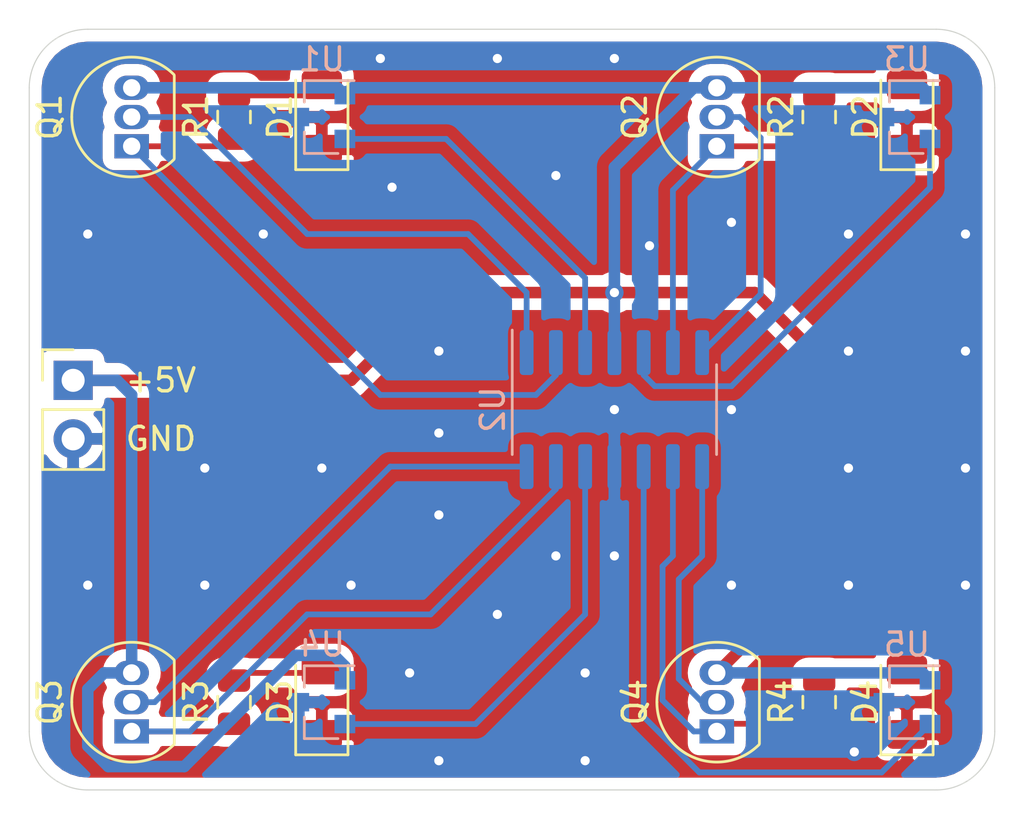
<source format=kicad_pcb>
(kicad_pcb (version 20171130) (host pcbnew "(5.1.6)-1")

  (general
    (thickness 1.6)
    (drawings 16)
    (tracks 135)
    (zones 0)
    (modules 18)
    (nets 19)
  )

  (page A4)
  (layers
    (0 F.Cu signal)
    (31 B.Cu signal)
    (32 B.Adhes user)
    (33 F.Adhes user)
    (34 B.Paste user)
    (35 F.Paste user)
    (36 B.SilkS user)
    (37 F.SilkS user)
    (38 B.Mask user)
    (39 F.Mask user)
    (40 Dwgs.User user)
    (41 Cmts.User user)
    (42 Eco1.User user)
    (43 Eco2.User user)
    (44 Edge.Cuts user)
    (45 Margin user)
    (46 B.CrtYd user)
    (47 F.CrtYd user)
    (48 B.Fab user)
    (49 F.Fab user)
  )

  (setup
    (last_trace_width 0.25)
    (trace_clearance 0.2)
    (zone_clearance 0.508)
    (zone_45_only no)
    (trace_min 0.2)
    (via_size 0.8)
    (via_drill 0.4)
    (via_min_size 0.4)
    (via_min_drill 0.3)
    (uvia_size 0.3)
    (uvia_drill 0.1)
    (uvias_allowed no)
    (uvia_min_size 0.2)
    (uvia_min_drill 0.1)
    (edge_width 0.05)
    (segment_width 0.2)
    (pcb_text_width 0.3)
    (pcb_text_size 1.5 1.5)
    (mod_edge_width 0.12)
    (mod_text_size 1 1)
    (mod_text_width 0.15)
    (pad_size 1.524 1.524)
    (pad_drill 0.762)
    (pad_to_mask_clearance 0.05)
    (aux_axis_origin 0 0)
    (visible_elements 7FFFFFFF)
    (pcbplotparams
      (layerselection 0x010fc_ffffffff)
      (usegerberextensions false)
      (usegerberattributes true)
      (usegerberadvancedattributes true)
      (creategerberjobfile true)
      (excludeedgelayer true)
      (linewidth 0.100000)
      (plotframeref false)
      (viasonmask false)
      (mode 1)
      (useauxorigin false)
      (hpglpennumber 1)
      (hpglpenspeed 20)
      (hpglpendiameter 15.000000)
      (psnegative false)
      (psa4output false)
      (plotreference true)
      (plotvalue true)
      (plotinvisibletext false)
      (padsonsilk false)
      (subtractmaskfromsilk false)
      (outputformat 1)
      (mirror false)
      (drillshape 1)
      (scaleselection 1)
      (outputdirectory ""))
  )

  (net 0 "")
  (net 1 "Net-(D1-Pad2)")
  (net 2 GND)
  (net 3 +5V)
  (net 4 "Net-(Q1-Pad1)")
  (net 5 "Net-(Q1-Pad2)")
  (net 6 "Net-(U1-Pad2)")
  (net 7 "Net-(D2-Pad2)")
  (net 8 "Net-(Q2-Pad1)")
  (net 9 "Net-(Q2-Pad2)")
  (net 10 "Net-(U2-Pad5)")
  (net 11 "Net-(D3-Pad2)")
  (net 12 "Net-(D4-Pad2)")
  (net 13 "Net-(Q3-Pad1)")
  (net 14 "Net-(Q3-Pad2)")
  (net 15 "Net-(Q4-Pad1)")
  (net 16 "Net-(Q4-Pad2)")
  (net 17 "Net-(U2-Pad12)")
  (net 18 "Net-(U2-Pad10)")

  (net_class Default "This is the default net class."
    (clearance 0.2)
    (trace_width 0.25)
    (via_dia 0.8)
    (via_drill 0.4)
    (uvia_dia 0.3)
    (uvia_drill 0.1)
    (add_net +5V)
    (add_net GND)
    (add_net "Net-(D1-Pad2)")
    (add_net "Net-(D2-Pad2)")
    (add_net "Net-(D3-Pad2)")
    (add_net "Net-(D4-Pad2)")
    (add_net "Net-(Q1-Pad1)")
    (add_net "Net-(Q1-Pad2)")
    (add_net "Net-(Q2-Pad1)")
    (add_net "Net-(Q2-Pad2)")
    (add_net "Net-(Q3-Pad1)")
    (add_net "Net-(Q3-Pad2)")
    (add_net "Net-(Q4-Pad1)")
    (add_net "Net-(Q4-Pad2)")
    (add_net "Net-(U1-Pad2)")
    (add_net "Net-(U2-Pad10)")
    (add_net "Net-(U2-Pad12)")
    (add_net "Net-(U2-Pad5)")
  )

  (module Package_TO_SOT_SMD:SOT-23 (layer B.Cu) (tedit 5A02FF57) (tstamp 5FCC970E)
    (at 170.18 104.14 180)
    (descr "SOT-23, Standard")
    (tags SOT-23)
    (path /5FD4B471)
    (attr smd)
    (fp_text reference U5 (at 0 2.5) (layer B.SilkS)
      (effects (font (size 1 1) (thickness 0.15)) (justify mirror))
    )
    (fp_text value DRV5055 (at 0 -2.5) (layer B.Fab)
      (effects (font (size 1 1) (thickness 0.15)) (justify mirror))
    )
    (fp_line (start 0.76 -1.58) (end -0.7 -1.58) (layer B.SilkS) (width 0.12))
    (fp_line (start 0.76 1.58) (end -1.4 1.58) (layer B.SilkS) (width 0.12))
    (fp_line (start -1.7 -1.75) (end -1.7 1.75) (layer B.CrtYd) (width 0.05))
    (fp_line (start 1.7 -1.75) (end -1.7 -1.75) (layer B.CrtYd) (width 0.05))
    (fp_line (start 1.7 1.75) (end 1.7 -1.75) (layer B.CrtYd) (width 0.05))
    (fp_line (start -1.7 1.75) (end 1.7 1.75) (layer B.CrtYd) (width 0.05))
    (fp_line (start 0.76 1.58) (end 0.76 0.65) (layer B.SilkS) (width 0.12))
    (fp_line (start 0.76 -1.58) (end 0.76 -0.65) (layer B.SilkS) (width 0.12))
    (fp_line (start -0.7 -1.52) (end 0.7 -1.52) (layer B.Fab) (width 0.1))
    (fp_line (start 0.7 1.52) (end 0.7 -1.52) (layer B.Fab) (width 0.1))
    (fp_line (start -0.7 0.95) (end -0.15 1.52) (layer B.Fab) (width 0.1))
    (fp_line (start -0.15 1.52) (end 0.7 1.52) (layer B.Fab) (width 0.1))
    (fp_line (start -0.7 0.95) (end -0.7 -1.5) (layer B.Fab) (width 0.1))
    (fp_text user %R (at 0 0 270) (layer B.Fab)
      (effects (font (size 0.5 0.5) (thickness 0.075)) (justify mirror))
    )
    (pad 3 smd rect (at 1 0 180) (size 0.9 0.8) (layers B.Cu B.Paste B.Mask)
      (net 2 GND))
    (pad 2 smd rect (at -1 -0.95 180) (size 0.9 0.8) (layers B.Cu B.Paste B.Mask)
      (net 18 "Net-(U2-Pad10)"))
    (pad 1 smd rect (at -1 0.95 180) (size 0.9 0.8) (layers B.Cu B.Paste B.Mask)
      (net 3 +5V))
    (model ${KISYS3DMOD}/Package_TO_SOT_SMD.3dshapes/SOT-23.wrl
      (at (xyz 0 0 0))
      (scale (xyz 1 1 1))
      (rotate (xyz 0 0 0))
    )
  )

  (module Package_TO_SOT_SMD:SOT-23 (layer B.Cu) (tedit 5A02FF57) (tstamp 5FCC96F9)
    (at 144.78 104.14 180)
    (descr "SOT-23, Standard")
    (tags SOT-23)
    (path /5FD6BDED)
    (attr smd)
    (fp_text reference U4 (at 0 2.5) (layer B.SilkS)
      (effects (font (size 1 1) (thickness 0.15)) (justify mirror))
    )
    (fp_text value DRV5055 (at 0 -2.5) (layer B.Fab)
      (effects (font (size 1 1) (thickness 0.15)) (justify mirror))
    )
    (fp_line (start 0.76 -1.58) (end -0.7 -1.58) (layer B.SilkS) (width 0.12))
    (fp_line (start 0.76 1.58) (end -1.4 1.58) (layer B.SilkS) (width 0.12))
    (fp_line (start -1.7 -1.75) (end -1.7 1.75) (layer B.CrtYd) (width 0.05))
    (fp_line (start 1.7 -1.75) (end -1.7 -1.75) (layer B.CrtYd) (width 0.05))
    (fp_line (start 1.7 1.75) (end 1.7 -1.75) (layer B.CrtYd) (width 0.05))
    (fp_line (start -1.7 1.75) (end 1.7 1.75) (layer B.CrtYd) (width 0.05))
    (fp_line (start 0.76 1.58) (end 0.76 0.65) (layer B.SilkS) (width 0.12))
    (fp_line (start 0.76 -1.58) (end 0.76 -0.65) (layer B.SilkS) (width 0.12))
    (fp_line (start -0.7 -1.52) (end 0.7 -1.52) (layer B.Fab) (width 0.1))
    (fp_line (start 0.7 1.52) (end 0.7 -1.52) (layer B.Fab) (width 0.1))
    (fp_line (start -0.7 0.95) (end -0.15 1.52) (layer B.Fab) (width 0.1))
    (fp_line (start -0.15 1.52) (end 0.7 1.52) (layer B.Fab) (width 0.1))
    (fp_line (start -0.7 0.95) (end -0.7 -1.5) (layer B.Fab) (width 0.1))
    (fp_text user %R (at 0 0 270) (layer B.Fab)
      (effects (font (size 0.5 0.5) (thickness 0.075)) (justify mirror))
    )
    (pad 3 smd rect (at 1 0 180) (size 0.9 0.8) (layers B.Cu B.Paste B.Mask)
      (net 2 GND))
    (pad 2 smd rect (at -1 -0.95 180) (size 0.9 0.8) (layers B.Cu B.Paste B.Mask)
      (net 17 "Net-(U2-Pad12)"))
    (pad 1 smd rect (at -1 0.95 180) (size 0.9 0.8) (layers B.Cu B.Paste B.Mask)
      (net 3 +5V))
    (model ${KISYS3DMOD}/Package_TO_SOT_SMD.3dshapes/SOT-23.wrl
      (at (xyz 0 0 0))
      (scale (xyz 1 1 1))
      (rotate (xyz 0 0 0))
    )
  )

  (module Resistor_SMD:R_0805_2012Metric (layer F.Cu) (tedit 5B36C52B) (tstamp 5FCC9656)
    (at 166.37 104.14 90)
    (descr "Resistor SMD 0805 (2012 Metric), square (rectangular) end terminal, IPC_7351 nominal, (Body size source: https://docs.google.com/spreadsheets/d/1BsfQQcO9C6DZCsRaXUlFlo91Tg2WpOkGARC1WS5S8t0/edit?usp=sharing), generated with kicad-footprint-generator")
    (tags resistor)
    (path /5FD4B43F)
    (attr smd)
    (fp_text reference R4 (at 0 -1.65 90) (layer F.SilkS)
      (effects (font (size 1 1) (thickness 0.15)))
    )
    (fp_text value 330 (at 0 1.65 90) (layer F.Fab)
      (effects (font (size 1 1) (thickness 0.15)))
    )
    (fp_line (start 1.68 0.95) (end -1.68 0.95) (layer F.CrtYd) (width 0.05))
    (fp_line (start 1.68 -0.95) (end 1.68 0.95) (layer F.CrtYd) (width 0.05))
    (fp_line (start -1.68 -0.95) (end 1.68 -0.95) (layer F.CrtYd) (width 0.05))
    (fp_line (start -1.68 0.95) (end -1.68 -0.95) (layer F.CrtYd) (width 0.05))
    (fp_line (start -0.258578 0.71) (end 0.258578 0.71) (layer F.SilkS) (width 0.12))
    (fp_line (start -0.258578 -0.71) (end 0.258578 -0.71) (layer F.SilkS) (width 0.12))
    (fp_line (start 1 0.6) (end -1 0.6) (layer F.Fab) (width 0.1))
    (fp_line (start 1 -0.6) (end 1 0.6) (layer F.Fab) (width 0.1))
    (fp_line (start -1 -0.6) (end 1 -0.6) (layer F.Fab) (width 0.1))
    (fp_line (start -1 0.6) (end -1 -0.6) (layer F.Fab) (width 0.1))
    (fp_text user %R (at 0 0 90) (layer F.Fab)
      (effects (font (size 0.5 0.5) (thickness 0.08)))
    )
    (pad 2 smd roundrect (at 0.9375 0 90) (size 0.975 1.4) (layers F.Cu F.Paste F.Mask) (roundrect_rratio 0.25)
      (net 12 "Net-(D4-Pad2)"))
    (pad 1 smd roundrect (at -0.9375 0 90) (size 0.975 1.4) (layers F.Cu F.Paste F.Mask) (roundrect_rratio 0.25)
      (net 15 "Net-(Q4-Pad1)"))
    (model ${KISYS3DMOD}/Resistor_SMD.3dshapes/R_0805_2012Metric.wrl
      (at (xyz 0 0 0))
      (scale (xyz 1 1 1))
      (rotate (xyz 0 0 0))
    )
  )

  (module Resistor_SMD:R_0805_2012Metric (layer F.Cu) (tedit 5B36C52B) (tstamp 5FCC9645)
    (at 140.97 104.14 90)
    (descr "Resistor SMD 0805 (2012 Metric), square (rectangular) end terminal, IPC_7351 nominal, (Body size source: https://docs.google.com/spreadsheets/d/1BsfQQcO9C6DZCsRaXUlFlo91Tg2WpOkGARC1WS5S8t0/edit?usp=sharing), generated with kicad-footprint-generator")
    (tags resistor)
    (path /5FD6BDBB)
    (attr smd)
    (fp_text reference R3 (at 0 -1.65 90) (layer F.SilkS)
      (effects (font (size 1 1) (thickness 0.15)))
    )
    (fp_text value 330 (at 0 1.65 90) (layer F.Fab)
      (effects (font (size 1 1) (thickness 0.15)))
    )
    (fp_line (start 1.68 0.95) (end -1.68 0.95) (layer F.CrtYd) (width 0.05))
    (fp_line (start 1.68 -0.95) (end 1.68 0.95) (layer F.CrtYd) (width 0.05))
    (fp_line (start -1.68 -0.95) (end 1.68 -0.95) (layer F.CrtYd) (width 0.05))
    (fp_line (start -1.68 0.95) (end -1.68 -0.95) (layer F.CrtYd) (width 0.05))
    (fp_line (start -0.258578 0.71) (end 0.258578 0.71) (layer F.SilkS) (width 0.12))
    (fp_line (start -0.258578 -0.71) (end 0.258578 -0.71) (layer F.SilkS) (width 0.12))
    (fp_line (start 1 0.6) (end -1 0.6) (layer F.Fab) (width 0.1))
    (fp_line (start 1 -0.6) (end 1 0.6) (layer F.Fab) (width 0.1))
    (fp_line (start -1 -0.6) (end 1 -0.6) (layer F.Fab) (width 0.1))
    (fp_line (start -1 0.6) (end -1 -0.6) (layer F.Fab) (width 0.1))
    (fp_text user %R (at 0 0 90) (layer F.Fab)
      (effects (font (size 0.5 0.5) (thickness 0.08)))
    )
    (pad 2 smd roundrect (at 0.9375 0 90) (size 0.975 1.4) (layers F.Cu F.Paste F.Mask) (roundrect_rratio 0.25)
      (net 11 "Net-(D3-Pad2)"))
    (pad 1 smd roundrect (at -0.9375 0 90) (size 0.975 1.4) (layers F.Cu F.Paste F.Mask) (roundrect_rratio 0.25)
      (net 13 "Net-(Q3-Pad1)"))
    (model ${KISYS3DMOD}/Resistor_SMD.3dshapes/R_0805_2012Metric.wrl
      (at (xyz 0 0 0))
      (scale (xyz 1 1 1))
      (rotate (xyz 0 0 0))
    )
  )

  (module Package_TO_SOT_THT:TO-92_Inline (layer F.Cu) (tedit 5A1DD157) (tstamp 5FCC95F4)
    (at 161.925 105.41 90)
    (descr "TO-92 leads in-line, narrow, oval pads, drill 0.75mm (see NXP sot054_po.pdf)")
    (tags "to-92 sc-43 sc-43a sot54 PA33 transistor")
    (path /5FD4B463)
    (fp_text reference Q4 (at 1.27 -3.56 90) (layer F.SilkS)
      (effects (font (size 1 1) (thickness 0.15)))
    )
    (fp_text value 2N3904 (at 1.27 2.79 90) (layer F.Fab)
      (effects (font (size 1 1) (thickness 0.15)))
    )
    (fp_line (start 4 2.01) (end -1.46 2.01) (layer F.CrtYd) (width 0.05))
    (fp_line (start 4 2.01) (end 4 -2.73) (layer F.CrtYd) (width 0.05))
    (fp_line (start -1.46 -2.73) (end -1.46 2.01) (layer F.CrtYd) (width 0.05))
    (fp_line (start -1.46 -2.73) (end 4 -2.73) (layer F.CrtYd) (width 0.05))
    (fp_line (start -0.5 1.75) (end 3 1.75) (layer F.Fab) (width 0.1))
    (fp_line (start -0.53 1.85) (end 3.07 1.85) (layer F.SilkS) (width 0.12))
    (fp_arc (start 1.27 0) (end 1.27 -2.6) (angle 135) (layer F.SilkS) (width 0.12))
    (fp_arc (start 1.27 0) (end 1.27 -2.48) (angle -135) (layer F.Fab) (width 0.1))
    (fp_arc (start 1.27 0) (end 1.27 -2.6) (angle -135) (layer F.SilkS) (width 0.12))
    (fp_arc (start 1.27 0) (end 1.27 -2.48) (angle 135) (layer F.Fab) (width 0.1))
    (fp_text user %R (at 1.27 -3.56 90) (layer F.Fab)
      (effects (font (size 1 1) (thickness 0.15)))
    )
    (pad 1 thru_hole rect (at 0 0 90) (size 1.05 1.5) (drill 0.75) (layers *.Cu *.Mask)
      (net 15 "Net-(Q4-Pad1)"))
    (pad 3 thru_hole oval (at 2.54 0 90) (size 1.05 1.5) (drill 0.75) (layers *.Cu *.Mask)
      (net 3 +5V))
    (pad 2 thru_hole oval (at 1.27 0 90) (size 1.05 1.5) (drill 0.75) (layers *.Cu *.Mask)
      (net 16 "Net-(Q4-Pad2)"))
    (model ${KISYS3DMOD}/Package_TO_SOT_THT.3dshapes/TO-92_Inline.wrl
      (at (xyz 0 0 0))
      (scale (xyz 1 1 1))
      (rotate (xyz 0 0 0))
    )
  )

  (module Package_TO_SOT_THT:TO-92_Inline (layer F.Cu) (tedit 5A1DD157) (tstamp 5FCC95E2)
    (at 136.525 105.41 90)
    (descr "TO-92 leads in-line, narrow, oval pads, drill 0.75mm (see NXP sot054_po.pdf)")
    (tags "to-92 sc-43 sc-43a sot54 PA33 transistor")
    (path /5FD6BDDF)
    (fp_text reference Q3 (at 1.27 -3.56 90) (layer F.SilkS)
      (effects (font (size 1 1) (thickness 0.15)))
    )
    (fp_text value 2N3904 (at 1.27 2.79 90) (layer F.Fab)
      (effects (font (size 1 1) (thickness 0.15)))
    )
    (fp_line (start 4 2.01) (end -1.46 2.01) (layer F.CrtYd) (width 0.05))
    (fp_line (start 4 2.01) (end 4 -2.73) (layer F.CrtYd) (width 0.05))
    (fp_line (start -1.46 -2.73) (end -1.46 2.01) (layer F.CrtYd) (width 0.05))
    (fp_line (start -1.46 -2.73) (end 4 -2.73) (layer F.CrtYd) (width 0.05))
    (fp_line (start -0.5 1.75) (end 3 1.75) (layer F.Fab) (width 0.1))
    (fp_line (start -0.53 1.85) (end 3.07 1.85) (layer F.SilkS) (width 0.12))
    (fp_arc (start 1.27 0) (end 1.27 -2.6) (angle 135) (layer F.SilkS) (width 0.12))
    (fp_arc (start 1.27 0) (end 1.27 -2.48) (angle -135) (layer F.Fab) (width 0.1))
    (fp_arc (start 1.27 0) (end 1.27 -2.6) (angle -135) (layer F.SilkS) (width 0.12))
    (fp_arc (start 1.27 0) (end 1.27 -2.48) (angle 135) (layer F.Fab) (width 0.1))
    (fp_text user %R (at 1.27 -3.56 90) (layer F.Fab)
      (effects (font (size 1 1) (thickness 0.15)))
    )
    (pad 1 thru_hole rect (at 0 0 90) (size 1.05 1.5) (drill 0.75) (layers *.Cu *.Mask)
      (net 13 "Net-(Q3-Pad1)"))
    (pad 3 thru_hole oval (at 2.54 0 90) (size 1.05 1.5) (drill 0.75) (layers *.Cu *.Mask)
      (net 3 +5V))
    (pad 2 thru_hole oval (at 1.27 0 90) (size 1.05 1.5) (drill 0.75) (layers *.Cu *.Mask)
      (net 14 "Net-(Q3-Pad2)"))
    (model ${KISYS3DMOD}/Package_TO_SOT_THT.3dshapes/TO-92_Inline.wrl
      (at (xyz 0 0 0))
      (scale (xyz 1 1 1))
      (rotate (xyz 0 0 0))
    )
  )

  (module LED_SMD:LED_1206_3216Metric (layer F.Cu) (tedit 5B301BBE) (tstamp 5FCC9562)
    (at 170.18 104.14 90)
    (descr "LED SMD 1206 (3216 Metric), square (rectangular) end terminal, IPC_7351 nominal, (Body size source: http://www.tortai-tech.com/upload/download/2011102023233369053.pdf), generated with kicad-footprint-generator")
    (tags diode)
    (path /5FD4B435)
    (attr smd)
    (fp_text reference D4 (at 0 -1.82 90) (layer F.SilkS)
      (effects (font (size 1 1) (thickness 0.15)))
    )
    (fp_text value LED (at 0 1.82 90) (layer F.Fab)
      (effects (font (size 1 1) (thickness 0.15)))
    )
    (fp_line (start 2.28 1.12) (end -2.28 1.12) (layer F.CrtYd) (width 0.05))
    (fp_line (start 2.28 -1.12) (end 2.28 1.12) (layer F.CrtYd) (width 0.05))
    (fp_line (start -2.28 -1.12) (end 2.28 -1.12) (layer F.CrtYd) (width 0.05))
    (fp_line (start -2.28 1.12) (end -2.28 -1.12) (layer F.CrtYd) (width 0.05))
    (fp_line (start -2.285 1.135) (end 1.6 1.135) (layer F.SilkS) (width 0.12))
    (fp_line (start -2.285 -1.135) (end -2.285 1.135) (layer F.SilkS) (width 0.12))
    (fp_line (start 1.6 -1.135) (end -2.285 -1.135) (layer F.SilkS) (width 0.12))
    (fp_line (start 1.6 0.8) (end 1.6 -0.8) (layer F.Fab) (width 0.1))
    (fp_line (start -1.6 0.8) (end 1.6 0.8) (layer F.Fab) (width 0.1))
    (fp_line (start -1.6 -0.4) (end -1.6 0.8) (layer F.Fab) (width 0.1))
    (fp_line (start -1.2 -0.8) (end -1.6 -0.4) (layer F.Fab) (width 0.1))
    (fp_line (start 1.6 -0.8) (end -1.2 -0.8) (layer F.Fab) (width 0.1))
    (fp_text user %R (at 0 0 90) (layer F.Fab)
      (effects (font (size 0.8 0.8) (thickness 0.12)))
    )
    (pad 2 smd roundrect (at 1.4 0 90) (size 1.25 1.75) (layers F.Cu F.Paste F.Mask) (roundrect_rratio 0.2)
      (net 12 "Net-(D4-Pad2)"))
    (pad 1 smd roundrect (at -1.4 0 90) (size 1.25 1.75) (layers F.Cu F.Paste F.Mask) (roundrect_rratio 0.2)
      (net 2 GND))
    (model ${KISYS3DMOD}/LED_SMD.3dshapes/LED_1206_3216Metric.wrl
      (at (xyz 0 0 0))
      (scale (xyz 1 1 1))
      (rotate (xyz 0 0 0))
    )
  )

  (module LED_SMD:LED_1206_3216Metric (layer F.Cu) (tedit 5B301BBE) (tstamp 5FCC954F)
    (at 144.78 104.14 90)
    (descr "LED SMD 1206 (3216 Metric), square (rectangular) end terminal, IPC_7351 nominal, (Body size source: http://www.tortai-tech.com/upload/download/2011102023233369053.pdf), generated with kicad-footprint-generator")
    (tags diode)
    (path /5FD6BDB1)
    (attr smd)
    (fp_text reference D3 (at 0 -1.82 90) (layer F.SilkS)
      (effects (font (size 1 1) (thickness 0.15)))
    )
    (fp_text value LED (at 0 1.82 90) (layer F.Fab)
      (effects (font (size 1 1) (thickness 0.15)))
    )
    (fp_line (start 2.28 1.12) (end -2.28 1.12) (layer F.CrtYd) (width 0.05))
    (fp_line (start 2.28 -1.12) (end 2.28 1.12) (layer F.CrtYd) (width 0.05))
    (fp_line (start -2.28 -1.12) (end 2.28 -1.12) (layer F.CrtYd) (width 0.05))
    (fp_line (start -2.28 1.12) (end -2.28 -1.12) (layer F.CrtYd) (width 0.05))
    (fp_line (start -2.285 1.135) (end 1.6 1.135) (layer F.SilkS) (width 0.12))
    (fp_line (start -2.285 -1.135) (end -2.285 1.135) (layer F.SilkS) (width 0.12))
    (fp_line (start 1.6 -1.135) (end -2.285 -1.135) (layer F.SilkS) (width 0.12))
    (fp_line (start 1.6 0.8) (end 1.6 -0.8) (layer F.Fab) (width 0.1))
    (fp_line (start -1.6 0.8) (end 1.6 0.8) (layer F.Fab) (width 0.1))
    (fp_line (start -1.6 -0.4) (end -1.6 0.8) (layer F.Fab) (width 0.1))
    (fp_line (start -1.2 -0.8) (end -1.6 -0.4) (layer F.Fab) (width 0.1))
    (fp_line (start 1.6 -0.8) (end -1.2 -0.8) (layer F.Fab) (width 0.1))
    (fp_text user %R (at 0 0 90) (layer F.Fab)
      (effects (font (size 0.8 0.8) (thickness 0.12)))
    )
    (pad 2 smd roundrect (at 1.4 0 90) (size 1.25 1.75) (layers F.Cu F.Paste F.Mask) (roundrect_rratio 0.2)
      (net 11 "Net-(D3-Pad2)"))
    (pad 1 smd roundrect (at -1.4 0 90) (size 1.25 1.75) (layers F.Cu F.Paste F.Mask) (roundrect_rratio 0.2)
      (net 2 GND))
    (model ${KISYS3DMOD}/LED_SMD.3dshapes/LED_1206_3216Metric.wrl
      (at (xyz 0 0 0))
      (scale (xyz 1 1 1))
      (rotate (xyz 0 0 0))
    )
  )

  (module Package_TO_SOT_SMD:SOT-23 (layer B.Cu) (tedit 5A02FF57) (tstamp 5FCC8A30)
    (at 170.18 78.74 180)
    (descr "SOT-23, Standard")
    (tags SOT-23)
    (path /5FD0CC6F)
    (attr smd)
    (fp_text reference U3 (at 0 2.5) (layer B.SilkS)
      (effects (font (size 1 1) (thickness 0.15)) (justify mirror))
    )
    (fp_text value DRV5055 (at 0 -2.5) (layer B.Fab)
      (effects (font (size 1 1) (thickness 0.15)) (justify mirror))
    )
    (fp_line (start 0.76 -1.58) (end -0.7 -1.58) (layer B.SilkS) (width 0.12))
    (fp_line (start 0.76 1.58) (end -1.4 1.58) (layer B.SilkS) (width 0.12))
    (fp_line (start -1.7 -1.75) (end -1.7 1.75) (layer B.CrtYd) (width 0.05))
    (fp_line (start 1.7 -1.75) (end -1.7 -1.75) (layer B.CrtYd) (width 0.05))
    (fp_line (start 1.7 1.75) (end 1.7 -1.75) (layer B.CrtYd) (width 0.05))
    (fp_line (start -1.7 1.75) (end 1.7 1.75) (layer B.CrtYd) (width 0.05))
    (fp_line (start 0.76 1.58) (end 0.76 0.65) (layer B.SilkS) (width 0.12))
    (fp_line (start 0.76 -1.58) (end 0.76 -0.65) (layer B.SilkS) (width 0.12))
    (fp_line (start -0.7 -1.52) (end 0.7 -1.52) (layer B.Fab) (width 0.1))
    (fp_line (start 0.7 1.52) (end 0.7 -1.52) (layer B.Fab) (width 0.1))
    (fp_line (start -0.7 0.95) (end -0.15 1.52) (layer B.Fab) (width 0.1))
    (fp_line (start -0.15 1.52) (end 0.7 1.52) (layer B.Fab) (width 0.1))
    (fp_line (start -0.7 0.95) (end -0.7 -1.5) (layer B.Fab) (width 0.1))
    (fp_text user %R (at 0 0 270) (layer B.Fab)
      (effects (font (size 0.5 0.5) (thickness 0.075)) (justify mirror))
    )
    (pad 3 smd rect (at 1 0 180) (size 0.9 0.8) (layers B.Cu B.Paste B.Mask)
      (net 2 GND))
    (pad 2 smd rect (at -1 -0.95 180) (size 0.9 0.8) (layers B.Cu B.Paste B.Mask)
      (net 10 "Net-(U2-Pad5)"))
    (pad 1 smd rect (at -1 0.95 180) (size 0.9 0.8) (layers B.Cu B.Paste B.Mask)
      (net 3 +5V))
    (model ${KISYS3DMOD}/Package_TO_SOT_SMD.3dshapes/SOT-23.wrl
      (at (xyz 0 0 0))
      (scale (xyz 1 1 1))
      (rotate (xyz 0 0 0))
    )
  )

  (module Resistor_SMD:R_0805_2012Metric (layer F.Cu) (tedit 5B36C52B) (tstamp 5FCC89B5)
    (at 166.37 78.74 90)
    (descr "Resistor SMD 0805 (2012 Metric), square (rectangular) end terminal, IPC_7351 nominal, (Body size source: https://docs.google.com/spreadsheets/d/1BsfQQcO9C6DZCsRaXUlFlo91Tg2WpOkGARC1WS5S8t0/edit?usp=sharing), generated with kicad-footprint-generator")
    (tags resistor)
    (path /5FD07B9C)
    (attr smd)
    (fp_text reference R2 (at 0 -1.65 90) (layer F.SilkS)
      (effects (font (size 1 1) (thickness 0.15)))
    )
    (fp_text value 330 (at 0 1.65 90) (layer F.Fab)
      (effects (font (size 1 1) (thickness 0.15)))
    )
    (fp_line (start 1.68 0.95) (end -1.68 0.95) (layer F.CrtYd) (width 0.05))
    (fp_line (start 1.68 -0.95) (end 1.68 0.95) (layer F.CrtYd) (width 0.05))
    (fp_line (start -1.68 -0.95) (end 1.68 -0.95) (layer F.CrtYd) (width 0.05))
    (fp_line (start -1.68 0.95) (end -1.68 -0.95) (layer F.CrtYd) (width 0.05))
    (fp_line (start -0.258578 0.71) (end 0.258578 0.71) (layer F.SilkS) (width 0.12))
    (fp_line (start -0.258578 -0.71) (end 0.258578 -0.71) (layer F.SilkS) (width 0.12))
    (fp_line (start 1 0.6) (end -1 0.6) (layer F.Fab) (width 0.1))
    (fp_line (start 1 -0.6) (end 1 0.6) (layer F.Fab) (width 0.1))
    (fp_line (start -1 -0.6) (end 1 -0.6) (layer F.Fab) (width 0.1))
    (fp_line (start -1 0.6) (end -1 -0.6) (layer F.Fab) (width 0.1))
    (fp_text user %R (at 0 0 90) (layer F.Fab)
      (effects (font (size 0.5 0.5) (thickness 0.08)))
    )
    (pad 2 smd roundrect (at 0.9375 0 90) (size 0.975 1.4) (layers F.Cu F.Paste F.Mask) (roundrect_rratio 0.25)
      (net 7 "Net-(D2-Pad2)"))
    (pad 1 smd roundrect (at -0.9375 0 90) (size 0.975 1.4) (layers F.Cu F.Paste F.Mask) (roundrect_rratio 0.25)
      (net 8 "Net-(Q2-Pad1)"))
    (model ${KISYS3DMOD}/Resistor_SMD.3dshapes/R_0805_2012Metric.wrl
      (at (xyz 0 0 0))
      (scale (xyz 1 1 1))
      (rotate (xyz 0 0 0))
    )
  )

  (module Package_TO_SOT_THT:TO-92_Inline (layer F.Cu) (tedit 5A1DD157) (tstamp 5FCC8984)
    (at 161.925 80.01 90)
    (descr "TO-92 leads in-line, narrow, oval pads, drill 0.75mm (see NXP sot054_po.pdf)")
    (tags "to-92 sc-43 sc-43a sot54 PA33 transistor")
    (path /5FD07BC0)
    (fp_text reference Q2 (at 1.27 -3.56 90) (layer F.SilkS)
      (effects (font (size 1 1) (thickness 0.15)))
    )
    (fp_text value 2N3904 (at 1.27 2.79 90) (layer F.Fab)
      (effects (font (size 1 1) (thickness 0.15)))
    )
    (fp_line (start 4 2.01) (end -1.46 2.01) (layer F.CrtYd) (width 0.05))
    (fp_line (start 4 2.01) (end 4 -2.73) (layer F.CrtYd) (width 0.05))
    (fp_line (start -1.46 -2.73) (end -1.46 2.01) (layer F.CrtYd) (width 0.05))
    (fp_line (start -1.46 -2.73) (end 4 -2.73) (layer F.CrtYd) (width 0.05))
    (fp_line (start -0.5 1.75) (end 3 1.75) (layer F.Fab) (width 0.1))
    (fp_line (start -0.53 1.85) (end 3.07 1.85) (layer F.SilkS) (width 0.12))
    (fp_arc (start 1.27 0) (end 1.27 -2.6) (angle 135) (layer F.SilkS) (width 0.12))
    (fp_arc (start 1.27 0) (end 1.27 -2.48) (angle -135) (layer F.Fab) (width 0.1))
    (fp_arc (start 1.27 0) (end 1.27 -2.6) (angle -135) (layer F.SilkS) (width 0.12))
    (fp_arc (start 1.27 0) (end 1.27 -2.48) (angle 135) (layer F.Fab) (width 0.1))
    (fp_text user %R (at 1.27 -3.56 90) (layer F.Fab)
      (effects (font (size 1 1) (thickness 0.15)))
    )
    (pad 1 thru_hole rect (at 0 0 90) (size 1.05 1.5) (drill 0.75) (layers *.Cu *.Mask)
      (net 8 "Net-(Q2-Pad1)"))
    (pad 3 thru_hole oval (at 2.54 0 90) (size 1.05 1.5) (drill 0.75) (layers *.Cu *.Mask)
      (net 3 +5V))
    (pad 2 thru_hole oval (at 1.27 0 90) (size 1.05 1.5) (drill 0.75) (layers *.Cu *.Mask)
      (net 9 "Net-(Q2-Pad2)"))
    (model ${KISYS3DMOD}/Package_TO_SOT_THT.3dshapes/TO-92_Inline.wrl
      (at (xyz 0 0 0))
      (scale (xyz 1 1 1))
      (rotate (xyz 0 0 0))
    )
  )

  (module LED_SMD:LED_1206_3216Metric (layer F.Cu) (tedit 5B301BBE) (tstamp 5FCC8926)
    (at 170.18 78.74 90)
    (descr "LED SMD 1206 (3216 Metric), square (rectangular) end terminal, IPC_7351 nominal, (Body size source: http://www.tortai-tech.com/upload/download/2011102023233369053.pdf), generated with kicad-footprint-generator")
    (tags diode)
    (path /5FD07B92)
    (attr smd)
    (fp_text reference D2 (at 0 -1.82 90) (layer F.SilkS)
      (effects (font (size 1 1) (thickness 0.15)))
    )
    (fp_text value LED (at 0 1.82 90) (layer F.Fab)
      (effects (font (size 1 1) (thickness 0.15)))
    )
    (fp_line (start 2.28 1.12) (end -2.28 1.12) (layer F.CrtYd) (width 0.05))
    (fp_line (start 2.28 -1.12) (end 2.28 1.12) (layer F.CrtYd) (width 0.05))
    (fp_line (start -2.28 -1.12) (end 2.28 -1.12) (layer F.CrtYd) (width 0.05))
    (fp_line (start -2.28 1.12) (end -2.28 -1.12) (layer F.CrtYd) (width 0.05))
    (fp_line (start -2.285 1.135) (end 1.6 1.135) (layer F.SilkS) (width 0.12))
    (fp_line (start -2.285 -1.135) (end -2.285 1.135) (layer F.SilkS) (width 0.12))
    (fp_line (start 1.6 -1.135) (end -2.285 -1.135) (layer F.SilkS) (width 0.12))
    (fp_line (start 1.6 0.8) (end 1.6 -0.8) (layer F.Fab) (width 0.1))
    (fp_line (start -1.6 0.8) (end 1.6 0.8) (layer F.Fab) (width 0.1))
    (fp_line (start -1.6 -0.4) (end -1.6 0.8) (layer F.Fab) (width 0.1))
    (fp_line (start -1.2 -0.8) (end -1.6 -0.4) (layer F.Fab) (width 0.1))
    (fp_line (start 1.6 -0.8) (end -1.2 -0.8) (layer F.Fab) (width 0.1))
    (fp_text user %R (at 0 0 90) (layer F.Fab)
      (effects (font (size 0.8 0.8) (thickness 0.12)))
    )
    (pad 2 smd roundrect (at 1.4 0 90) (size 1.25 1.75) (layers F.Cu F.Paste F.Mask) (roundrect_rratio 0.2)
      (net 7 "Net-(D2-Pad2)"))
    (pad 1 smd roundrect (at -1.4 0 90) (size 1.25 1.75) (layers F.Cu F.Paste F.Mask) (roundrect_rratio 0.2)
      (net 2 GND))
    (model ${KISYS3DMOD}/LED_SMD.3dshapes/LED_1206_3216Metric.wrl
      (at (xyz 0 0 0))
      (scale (xyz 1 1 1))
      (rotate (xyz 0 0 0))
    )
  )

  (module Package_SO:SOIC-14_3.9x8.7mm_P1.27mm (layer B.Cu) (tedit 5D9F72B1) (tstamp 5FCC7F79)
    (at 157.48 91.44 270)
    (descr "SOIC, 14 Pin (JEDEC MS-012AB, https://www.analog.com/media/en/package-pcb-resources/package/pkg_pdf/soic_narrow-r/r_14.pdf), generated with kicad-footprint-generator ipc_gullwing_generator.py")
    (tags "SOIC SO")
    (path /5FCCAF45)
    (attr smd)
    (fp_text reference U2 (at 0 5.28 90) (layer B.SilkS)
      (effects (font (size 1 1) (thickness 0.15)) (justify mirror))
    )
    (fp_text value LMC6484 (at 0 -5.28 90) (layer B.Fab)
      (effects (font (size 1 1) (thickness 0.15)) (justify mirror))
    )
    (fp_line (start 3.7 4.58) (end -3.7 4.58) (layer B.CrtYd) (width 0.05))
    (fp_line (start 3.7 -4.58) (end 3.7 4.58) (layer B.CrtYd) (width 0.05))
    (fp_line (start -3.7 -4.58) (end 3.7 -4.58) (layer B.CrtYd) (width 0.05))
    (fp_line (start -3.7 4.58) (end -3.7 -4.58) (layer B.CrtYd) (width 0.05))
    (fp_line (start -1.95 3.35) (end -0.975 4.325) (layer B.Fab) (width 0.1))
    (fp_line (start -1.95 -4.325) (end -1.95 3.35) (layer B.Fab) (width 0.1))
    (fp_line (start 1.95 -4.325) (end -1.95 -4.325) (layer B.Fab) (width 0.1))
    (fp_line (start 1.95 4.325) (end 1.95 -4.325) (layer B.Fab) (width 0.1))
    (fp_line (start -0.975 4.325) (end 1.95 4.325) (layer B.Fab) (width 0.1))
    (fp_line (start 0 4.435) (end -3.45 4.435) (layer B.SilkS) (width 0.12))
    (fp_line (start 0 4.435) (end 1.95 4.435) (layer B.SilkS) (width 0.12))
    (fp_line (start 0 -4.435) (end -1.95 -4.435) (layer B.SilkS) (width 0.12))
    (fp_line (start 0 -4.435) (end 1.95 -4.435) (layer B.SilkS) (width 0.12))
    (fp_text user %R (at 0 0 90) (layer B.Fab)
      (effects (font (size 0.98 0.98) (thickness 0.15)) (justify mirror))
    )
    (pad 14 smd roundrect (at 2.475 3.81 270) (size 1.95 0.6) (layers B.Cu B.Paste B.Mask) (roundrect_rratio 0.25)
      (net 14 "Net-(Q3-Pad2)"))
    (pad 13 smd roundrect (at 2.475 2.54 270) (size 1.95 0.6) (layers B.Cu B.Paste B.Mask) (roundrect_rratio 0.25)
      (net 13 "Net-(Q3-Pad1)"))
    (pad 12 smd roundrect (at 2.475 1.27 270) (size 1.95 0.6) (layers B.Cu B.Paste B.Mask) (roundrect_rratio 0.25)
      (net 17 "Net-(U2-Pad12)"))
    (pad 11 smd roundrect (at 2.475 0 270) (size 1.95 0.6) (layers B.Cu B.Paste B.Mask) (roundrect_rratio 0.25)
      (net 2 GND))
    (pad 10 smd roundrect (at 2.475 -1.27 270) (size 1.95 0.6) (layers B.Cu B.Paste B.Mask) (roundrect_rratio 0.25)
      (net 18 "Net-(U2-Pad10)"))
    (pad 9 smd roundrect (at 2.475 -2.54 270) (size 1.95 0.6) (layers B.Cu B.Paste B.Mask) (roundrect_rratio 0.25)
      (net 15 "Net-(Q4-Pad1)"))
    (pad 8 smd roundrect (at 2.475 -3.81 270) (size 1.95 0.6) (layers B.Cu B.Paste B.Mask) (roundrect_rratio 0.25)
      (net 16 "Net-(Q4-Pad2)"))
    (pad 7 smd roundrect (at -2.475 -3.81 270) (size 1.95 0.6) (layers B.Cu B.Paste B.Mask) (roundrect_rratio 0.25)
      (net 9 "Net-(Q2-Pad2)"))
    (pad 6 smd roundrect (at -2.475 -2.54 270) (size 1.95 0.6) (layers B.Cu B.Paste B.Mask) (roundrect_rratio 0.25)
      (net 8 "Net-(Q2-Pad1)"))
    (pad 5 smd roundrect (at -2.475 -1.27 270) (size 1.95 0.6) (layers B.Cu B.Paste B.Mask) (roundrect_rratio 0.25)
      (net 10 "Net-(U2-Pad5)"))
    (pad 4 smd roundrect (at -2.475 0 270) (size 1.95 0.6) (layers B.Cu B.Paste B.Mask) (roundrect_rratio 0.25)
      (net 3 +5V))
    (pad 3 smd roundrect (at -2.475 1.27 270) (size 1.95 0.6) (layers B.Cu B.Paste B.Mask) (roundrect_rratio 0.25)
      (net 6 "Net-(U1-Pad2)"))
    (pad 2 smd roundrect (at -2.475 2.54 270) (size 1.95 0.6) (layers B.Cu B.Paste B.Mask) (roundrect_rratio 0.25)
      (net 4 "Net-(Q1-Pad1)"))
    (pad 1 smd roundrect (at -2.475 3.81 270) (size 1.95 0.6) (layers B.Cu B.Paste B.Mask) (roundrect_rratio 0.25)
      (net 5 "Net-(Q1-Pad2)"))
    (model ${KISYS3DMOD}/Package_SO.3dshapes/SOIC-14_3.9x8.7mm_P1.27mm.wrl
      (at (xyz 0 0 0))
      (scale (xyz 1 1 1))
      (rotate (xyz 0 0 0))
    )
  )

  (module Package_TO_SOT_SMD:SOT-23 (layer B.Cu) (tedit 5A02FF57) (tstamp 5FCC7F57)
    (at 144.78 78.74 180)
    (descr "SOT-23, Standard")
    (tags SOT-23)
    (path /5FCD270A)
    (attr smd)
    (fp_text reference U1 (at 0 2.5) (layer B.SilkS)
      (effects (font (size 1 1) (thickness 0.15)) (justify mirror))
    )
    (fp_text value DRV5055 (at 0 -2.5) (layer B.Fab)
      (effects (font (size 1 1) (thickness 0.15)) (justify mirror))
    )
    (fp_line (start 0.76 -1.58) (end -0.7 -1.58) (layer B.SilkS) (width 0.12))
    (fp_line (start 0.76 1.58) (end -1.4 1.58) (layer B.SilkS) (width 0.12))
    (fp_line (start -1.7 -1.75) (end -1.7 1.75) (layer B.CrtYd) (width 0.05))
    (fp_line (start 1.7 -1.75) (end -1.7 -1.75) (layer B.CrtYd) (width 0.05))
    (fp_line (start 1.7 1.75) (end 1.7 -1.75) (layer B.CrtYd) (width 0.05))
    (fp_line (start -1.7 1.75) (end 1.7 1.75) (layer B.CrtYd) (width 0.05))
    (fp_line (start 0.76 1.58) (end 0.76 0.65) (layer B.SilkS) (width 0.12))
    (fp_line (start 0.76 -1.58) (end 0.76 -0.65) (layer B.SilkS) (width 0.12))
    (fp_line (start -0.7 -1.52) (end 0.7 -1.52) (layer B.Fab) (width 0.1))
    (fp_line (start 0.7 1.52) (end 0.7 -1.52) (layer B.Fab) (width 0.1))
    (fp_line (start -0.7 0.95) (end -0.15 1.52) (layer B.Fab) (width 0.1))
    (fp_line (start -0.15 1.52) (end 0.7 1.52) (layer B.Fab) (width 0.1))
    (fp_line (start -0.7 0.95) (end -0.7 -1.5) (layer B.Fab) (width 0.1))
    (fp_text user %R (at 0 0 270) (layer B.Fab)
      (effects (font (size 0.5 0.5) (thickness 0.075)) (justify mirror))
    )
    (pad 3 smd rect (at 1 0 180) (size 0.9 0.8) (layers B.Cu B.Paste B.Mask)
      (net 2 GND))
    (pad 2 smd rect (at -1 -0.95 180) (size 0.9 0.8) (layers B.Cu B.Paste B.Mask)
      (net 6 "Net-(U1-Pad2)"))
    (pad 1 smd rect (at -1 0.95 180) (size 0.9 0.8) (layers B.Cu B.Paste B.Mask)
      (net 3 +5V))
    (model ${KISYS3DMOD}/Package_TO_SOT_SMD.3dshapes/SOT-23.wrl
      (at (xyz 0 0 0))
      (scale (xyz 1 1 1))
      (rotate (xyz 0 0 0))
    )
  )

  (module Resistor_SMD:R_0805_2012Metric (layer F.Cu) (tedit 5B36C52B) (tstamp 5FCC7F42)
    (at 140.97 78.74 90)
    (descr "Resistor SMD 0805 (2012 Metric), square (rectangular) end terminal, IPC_7351 nominal, (Body size source: https://docs.google.com/spreadsheets/d/1BsfQQcO9C6DZCsRaXUlFlo91Tg2WpOkGARC1WS5S8t0/edit?usp=sharing), generated with kicad-footprint-generator")
    (tags resistor)
    (path /5FCC00D8)
    (attr smd)
    (fp_text reference R1 (at 0 -1.65 90) (layer F.SilkS)
      (effects (font (size 1 1) (thickness 0.15)))
    )
    (fp_text value 330 (at 0 1.65 90) (layer F.Fab)
      (effects (font (size 1 1) (thickness 0.15)))
    )
    (fp_line (start 1.68 0.95) (end -1.68 0.95) (layer F.CrtYd) (width 0.05))
    (fp_line (start 1.68 -0.95) (end 1.68 0.95) (layer F.CrtYd) (width 0.05))
    (fp_line (start -1.68 -0.95) (end 1.68 -0.95) (layer F.CrtYd) (width 0.05))
    (fp_line (start -1.68 0.95) (end -1.68 -0.95) (layer F.CrtYd) (width 0.05))
    (fp_line (start -0.258578 0.71) (end 0.258578 0.71) (layer F.SilkS) (width 0.12))
    (fp_line (start -0.258578 -0.71) (end 0.258578 -0.71) (layer F.SilkS) (width 0.12))
    (fp_line (start 1 0.6) (end -1 0.6) (layer F.Fab) (width 0.1))
    (fp_line (start 1 -0.6) (end 1 0.6) (layer F.Fab) (width 0.1))
    (fp_line (start -1 -0.6) (end 1 -0.6) (layer F.Fab) (width 0.1))
    (fp_line (start -1 0.6) (end -1 -0.6) (layer F.Fab) (width 0.1))
    (fp_text user %R (at 0 0 90) (layer F.Fab)
      (effects (font (size 0.5 0.5) (thickness 0.08)))
    )
    (pad 2 smd roundrect (at 0.9375 0 90) (size 0.975 1.4) (layers F.Cu F.Paste F.Mask) (roundrect_rratio 0.25)
      (net 1 "Net-(D1-Pad2)"))
    (pad 1 smd roundrect (at -0.9375 0 90) (size 0.975 1.4) (layers F.Cu F.Paste F.Mask) (roundrect_rratio 0.25)
      (net 4 "Net-(Q1-Pad1)"))
    (model ${KISYS3DMOD}/Resistor_SMD.3dshapes/R_0805_2012Metric.wrl
      (at (xyz 0 0 0))
      (scale (xyz 1 1 1))
      (rotate (xyz 0 0 0))
    )
  )

  (module Package_TO_SOT_THT:TO-92_Inline (layer F.Cu) (tedit 5A1DD157) (tstamp 5FCC7F31)
    (at 136.525 80.01 90)
    (descr "TO-92 leads in-line, narrow, oval pads, drill 0.75mm (see NXP sot054_po.pdf)")
    (tags "to-92 sc-43 sc-43a sot54 PA33 transistor")
    (path /5FCD493A)
    (fp_text reference Q1 (at 1.27 -3.56 90) (layer F.SilkS)
      (effects (font (size 1 1) (thickness 0.15)))
    )
    (fp_text value 2N3904 (at 1.27 2.79 90) (layer F.Fab)
      (effects (font (size 1 1) (thickness 0.15)))
    )
    (fp_line (start 4 2.01) (end -1.46 2.01) (layer F.CrtYd) (width 0.05))
    (fp_line (start 4 2.01) (end 4 -2.73) (layer F.CrtYd) (width 0.05))
    (fp_line (start -1.46 -2.73) (end -1.46 2.01) (layer F.CrtYd) (width 0.05))
    (fp_line (start -1.46 -2.73) (end 4 -2.73) (layer F.CrtYd) (width 0.05))
    (fp_line (start -0.5 1.75) (end 3 1.75) (layer F.Fab) (width 0.1))
    (fp_line (start -0.53 1.85) (end 3.07 1.85) (layer F.SilkS) (width 0.12))
    (fp_arc (start 1.27 0) (end 1.27 -2.6) (angle 135) (layer F.SilkS) (width 0.12))
    (fp_arc (start 1.27 0) (end 1.27 -2.48) (angle -135) (layer F.Fab) (width 0.1))
    (fp_arc (start 1.27 0) (end 1.27 -2.6) (angle -135) (layer F.SilkS) (width 0.12))
    (fp_arc (start 1.27 0) (end 1.27 -2.48) (angle 135) (layer F.Fab) (width 0.1))
    (fp_text user %R (at 1.27 -3.56 90) (layer F.Fab)
      (effects (font (size 1 1) (thickness 0.15)))
    )
    (pad 1 thru_hole rect (at 0 0 90) (size 1.05 1.5) (drill 0.75) (layers *.Cu *.Mask)
      (net 4 "Net-(Q1-Pad1)"))
    (pad 3 thru_hole oval (at 2.54 0 90) (size 1.05 1.5) (drill 0.75) (layers *.Cu *.Mask)
      (net 3 +5V))
    (pad 2 thru_hole oval (at 1.27 0 90) (size 1.05 1.5) (drill 0.75) (layers *.Cu *.Mask)
      (net 5 "Net-(Q1-Pad2)"))
    (model ${KISYS3DMOD}/Package_TO_SOT_THT.3dshapes/TO-92_Inline.wrl
      (at (xyz 0 0 0))
      (scale (xyz 1 1 1))
      (rotate (xyz 0 0 0))
    )
  )

  (module Connector_PinHeader_2.54mm:PinHeader_1x02_P2.54mm_Vertical (layer F.Cu) (tedit 59FED5CC) (tstamp 5FCC7F1F)
    (at 133.985 90.17)
    (descr "Through hole straight pin header, 1x02, 2.54mm pitch, single row")
    (tags "Through hole pin header THT 1x02 2.54mm single row")
    (path /5FCD9E4B)
    (fp_text reference J1 (at 0 -2.33) (layer F.SilkS) hide
      (effects (font (size 1 1) (thickness 0.15)))
    )
    (fp_text value Power (at 0 4.87) (layer F.Fab)
      (effects (font (size 1 1) (thickness 0.15)))
    )
    (fp_line (start 1.8 -1.8) (end -1.8 -1.8) (layer F.CrtYd) (width 0.05))
    (fp_line (start 1.8 4.35) (end 1.8 -1.8) (layer F.CrtYd) (width 0.05))
    (fp_line (start -1.8 4.35) (end 1.8 4.35) (layer F.CrtYd) (width 0.05))
    (fp_line (start -1.8 -1.8) (end -1.8 4.35) (layer F.CrtYd) (width 0.05))
    (fp_line (start -1.33 -1.33) (end 0 -1.33) (layer F.SilkS) (width 0.12))
    (fp_line (start -1.33 0) (end -1.33 -1.33) (layer F.SilkS) (width 0.12))
    (fp_line (start -1.33 1.27) (end 1.33 1.27) (layer F.SilkS) (width 0.12))
    (fp_line (start 1.33 1.27) (end 1.33 3.87) (layer F.SilkS) (width 0.12))
    (fp_line (start -1.33 1.27) (end -1.33 3.87) (layer F.SilkS) (width 0.12))
    (fp_line (start -1.33 3.87) (end 1.33 3.87) (layer F.SilkS) (width 0.12))
    (fp_line (start -1.27 -0.635) (end -0.635 -1.27) (layer F.Fab) (width 0.1))
    (fp_line (start -1.27 3.81) (end -1.27 -0.635) (layer F.Fab) (width 0.1))
    (fp_line (start 1.27 3.81) (end -1.27 3.81) (layer F.Fab) (width 0.1))
    (fp_line (start 1.27 -1.27) (end 1.27 3.81) (layer F.Fab) (width 0.1))
    (fp_line (start -0.635 -1.27) (end 1.27 -1.27) (layer F.Fab) (width 0.1))
    (fp_text user %R (at 0 1.27 90) (layer F.Fab)
      (effects (font (size 1 1) (thickness 0.15)))
    )
    (pad 2 thru_hole oval (at 0 2.54) (size 1.7 1.7) (drill 1) (layers *.Cu *.Mask)
      (net 2 GND))
    (pad 1 thru_hole rect (at 0 0) (size 1.7 1.7) (drill 1) (layers *.Cu *.Mask)
      (net 3 +5V))
    (model ${KISYS3DMOD}/Connector_PinHeader_2.54mm.3dshapes/PinHeader_1x02_P2.54mm_Vertical.wrl
      (at (xyz 0 0 0))
      (scale (xyz 1 1 1))
      (rotate (xyz 0 0 0))
    )
  )

  (module LED_SMD:LED_1206_3216Metric (layer F.Cu) (tedit 5B301BBE) (tstamp 5FCC7F09)
    (at 144.78 78.74 90)
    (descr "LED SMD 1206 (3216 Metric), square (rectangular) end terminal, IPC_7351 nominal, (Body size source: http://www.tortai-tech.com/upload/download/2011102023233369053.pdf), generated with kicad-footprint-generator")
    (tags diode)
    (path /5FCBF26F)
    (attr smd)
    (fp_text reference D1 (at 0 -1.82 90) (layer F.SilkS)
      (effects (font (size 1 1) (thickness 0.15)))
    )
    (fp_text value LED (at 0 1.82 90) (layer F.Fab)
      (effects (font (size 1 1) (thickness 0.15)))
    )
    (fp_line (start 2.28 1.12) (end -2.28 1.12) (layer F.CrtYd) (width 0.05))
    (fp_line (start 2.28 -1.12) (end 2.28 1.12) (layer F.CrtYd) (width 0.05))
    (fp_line (start -2.28 -1.12) (end 2.28 -1.12) (layer F.CrtYd) (width 0.05))
    (fp_line (start -2.28 1.12) (end -2.28 -1.12) (layer F.CrtYd) (width 0.05))
    (fp_line (start -2.285 1.135) (end 1.6 1.135) (layer F.SilkS) (width 0.12))
    (fp_line (start -2.285 -1.135) (end -2.285 1.135) (layer F.SilkS) (width 0.12))
    (fp_line (start 1.6 -1.135) (end -2.285 -1.135) (layer F.SilkS) (width 0.12))
    (fp_line (start 1.6 0.8) (end 1.6 -0.8) (layer F.Fab) (width 0.1))
    (fp_line (start -1.6 0.8) (end 1.6 0.8) (layer F.Fab) (width 0.1))
    (fp_line (start -1.6 -0.4) (end -1.6 0.8) (layer F.Fab) (width 0.1))
    (fp_line (start -1.2 -0.8) (end -1.6 -0.4) (layer F.Fab) (width 0.1))
    (fp_line (start 1.6 -0.8) (end -1.2 -0.8) (layer F.Fab) (width 0.1))
    (fp_text user %R (at 0 0 90) (layer F.Fab)
      (effects (font (size 0.8 0.8) (thickness 0.12)))
    )
    (pad 2 smd roundrect (at 1.4 0 90) (size 1.25 1.75) (layers F.Cu F.Paste F.Mask) (roundrect_rratio 0.2)
      (net 1 "Net-(D1-Pad2)"))
    (pad 1 smd roundrect (at -1.4 0 90) (size 1.25 1.75) (layers F.Cu F.Paste F.Mask) (roundrect_rratio 0.2)
      (net 2 GND))
    (model ${KISYS3DMOD}/LED_SMD.3dshapes/LED_1206_3216Metric.wrl
      (at (xyz 0 0 0))
      (scale (xyz 1 1 1))
      (rotate (xyz 0 0 0))
    )
  )

  (gr_text GND (at 137.795 92.71) (layer F.SilkS)
    (effects (font (size 1 1) (thickness 0.15)))
  )
  (gr_text +5V (at 137.795 90.17) (layer F.SilkS)
    (effects (font (size 1 1) (thickness 0.15)))
  )
  (gr_arc (start 171.45 105.41) (end 171.45 107.95) (angle -90) (layer Edge.Cuts) (width 0.05))
  (gr_arc (start 134.62 105.41) (end 132.08 105.41) (angle -90) (layer Edge.Cuts) (width 0.05))
  (gr_arc (start 134.62 77.47) (end 134.62 74.93) (angle -90) (layer Edge.Cuts) (width 0.05))
  (gr_arc (start 171.45 77.47) (end 173.99 77.47) (angle -90) (layer Edge.Cuts) (width 0.05))
  (gr_line (start 134.62 74.93) (end 171.45 74.93) (layer Edge.Cuts) (width 0.05))
  (gr_line (start 132.08 105.41) (end 132.08 77.47) (layer Edge.Cuts) (width 0.05))
  (gr_line (start 171.45 107.95) (end 134.62 107.95) (layer Edge.Cuts) (width 0.05))
  (gr_line (start 173.99 77.47) (end 173.99 105.41) (layer Edge.Cuts) (width 0.05))
  (gr_line (start 170.18 78.74) (end 170.18 104.14) (layer Dwgs.User) (width 0.15) (tstamp 5FCC9998))
  (gr_line (start 144.78 104.14) (end 170.18 104.14) (layer Dwgs.User) (width 0.15) (tstamp 5FCC9995))
  (gr_line (start 157.48 91.44) (end 144.78 91.44) (layer Dwgs.User) (width 0.15))
  (gr_line (start 157.48 78.74) (end 157.48 91.44) (layer Dwgs.User) (width 0.15))
  (gr_line (start 144.78 78.74) (end 170.18 78.74) (layer Dwgs.User) (width 0.15) (tstamp 5FCC8ED7))
  (gr_line (start 144.78 78.74) (end 144.78 104.14) (layer Dwgs.User) (width 0.15))

  (segment (start 144.3175 77.8025) (end 140.97 77.8025) (width 0.25) (layer F.Cu) (net 1))
  (segment (start 144.78 77.34) (end 144.3175 77.8025) (width 0.25) (layer F.Cu) (net 1))
  (via (at 134.62 83.82) (size 0.8) (drill 0.4) (layers F.Cu B.Cu) (net 2))
  (via (at 134.62 99.06) (size 0.8) (drill 0.4) (layers F.Cu B.Cu) (net 2))
  (via (at 139.7 99.06) (size 0.8) (drill 0.4) (layers F.Cu B.Cu) (net 2))
  (via (at 142.24 83.82) (size 0.8) (drill 0.4) (layers F.Cu B.Cu) (net 2))
  (via (at 149.86 88.9) (size 0.8) (drill 0.4) (layers F.Cu B.Cu) (net 2))
  (via (at 154.94 81.28) (size 0.8) (drill 0.4) (layers F.Cu B.Cu) (net 2))
  (via (at 147.32 76.2) (size 0.8) (drill 0.4) (layers F.Cu B.Cu) (net 2))
  (via (at 152.4 76.2) (size 0.8) (drill 0.4) (layers F.Cu B.Cu) (net 2))
  (via (at 157.48 76.2) (size 0.8) (drill 0.4) (layers F.Cu B.Cu) (net 2))
  (via (at 167.64 83.82) (size 0.8) (drill 0.4) (layers F.Cu B.Cu) (net 2))
  (via (at 167.64 88.9) (size 0.8) (drill 0.4) (layers F.Cu B.Cu) (net 2))
  (via (at 167.64 93.98) (size 0.8) (drill 0.4) (layers F.Cu B.Cu) (net 2))
  (via (at 167.64 99.06) (size 0.8) (drill 0.4) (layers F.Cu B.Cu) (net 2))
  (via (at 162.56 99.06) (size 0.8) (drill 0.4) (layers F.Cu B.Cu) (net 2))
  (via (at 162.56 91.44) (size 0.8) (drill 0.4) (layers F.Cu B.Cu) (net 2))
  (via (at 162.56 83.312) (size 0.8) (drill 0.4) (layers F.Cu B.Cu) (net 2))
  (via (at 159.004 84.328) (size 0.8) (drill 0.4) (layers F.Cu B.Cu) (net 2))
  (via (at 147.828 81.788) (size 0.8) (drill 0.4) (layers F.Cu B.Cu) (net 2))
  (via (at 146.05 99.06) (size 0.8) (drill 0.4) (layers F.Cu B.Cu) (net 2))
  (via (at 149.86 96.012) (size 0.8) (drill 0.4) (layers F.Cu B.Cu) (net 2))
  (via (at 148.59 102.87) (size 0.8) (drill 0.4) (layers F.Cu B.Cu) (net 2))
  (via (at 152.4 100.33) (size 0.8) (drill 0.4) (layers F.Cu B.Cu) (net 2))
  (via (at 154.94 97.79) (size 0.8) (drill 0.4) (layers F.Cu B.Cu) (net 2))
  (via (at 149.86 106.68) (size 0.8) (drill 0.4) (layers F.Cu B.Cu) (net 2))
  (via (at 156.21 106.68) (size 0.8) (drill 0.4) (layers F.Cu B.Cu) (net 2))
  (via (at 156.21 102.87) (size 0.8) (drill 0.4) (layers F.Cu B.Cu) (net 2))
  (via (at 172.72 99.06) (size 0.8) (drill 0.4) (layers F.Cu B.Cu) (net 2))
  (via (at 172.72 93.98) (size 0.8) (drill 0.4) (layers F.Cu B.Cu) (net 2))
  (via (at 172.72 88.9) (size 0.8) (drill 0.4) (layers F.Cu B.Cu) (net 2))
  (via (at 172.72 83.82) (size 0.8) (drill 0.4) (layers F.Cu B.Cu) (net 2))
  (via (at 139.7 93.98) (size 0.8) (drill 0.4) (layers F.Cu B.Cu) (net 2))
  (via (at 157.48 97.79) (size 0.8) (drill 0.4) (layers F.Cu B.Cu) (net 2))
  (via (at 157.48 91.44) (size 0.8) (drill 0.4) (layers F.Cu B.Cu) (net 2))
  (via (at 144.78 93.98) (size 0.8) (drill 0.4) (layers F.Cu B.Cu) (net 2))
  (via (at 149.86 92.456) (size 0.8) (drill 0.4) (layers F.Cu B.Cu) (net 2))
  (via (at 167.894 106.299) (size 0.8) (drill 0.4) (layers F.Cu B.Cu) (net 2))
  (segment (start 145.46 77.47) (end 145.78 77.79) (width 0.5) (layer B.Cu) (net 3))
  (segment (start 136.525 77.47) (end 145.46 77.47) (width 0.5) (layer B.Cu) (net 3))
  (segment (start 170.86 77.47) (end 171.18 77.79) (width 0.5) (layer B.Cu) (net 3))
  (segment (start 161.925 77.47) (end 170.86 77.47) (width 0.5) (layer B.Cu) (net 3))
  (segment (start 170.86 102.87) (end 161.925 102.87) (width 0.5) (layer B.Cu) (net 3))
  (segment (start 171.18 103.19) (end 170.86 102.87) (width 0.5) (layer B.Cu) (net 3))
  (via (at 157.48 86.36) (size 0.8) (drill 0.4) (layers F.Cu B.Cu) (net 3))
  (segment (start 157.48 86.36) (end 157.48 88.965) (width 0.5) (layer B.Cu) (net 3))
  (segment (start 157.48 80.915) (end 157.48 86.36) (width 0.5) (layer B.Cu) (net 3))
  (segment (start 160.925 77.47) (end 157.48 80.915) (width 0.5) (layer B.Cu) (net 3))
  (segment (start 161.925 77.47) (end 160.925 77.47) (width 0.5) (layer B.Cu) (net 3))
  (segment (start 146.1 77.47) (end 161.925 77.47) (width 0.5) (layer B.Cu) (net 3))
  (segment (start 145.78 77.79) (end 146.1 77.47) (width 0.5) (layer B.Cu) (net 3))
  (segment (start 157.48 86.36) (end 163.576 86.36) (width 0.5) (layer F.Cu) (net 3))
  (segment (start 163.576 86.36) (end 166.116 88.9) (width 0.5) (layer F.Cu) (net 3))
  (segment (start 166.116 98.679) (end 161.925 102.87) (width 0.5) (layer F.Cu) (net 3))
  (segment (start 166.116 88.9) (end 166.116 98.679) (width 0.5) (layer F.Cu) (net 3))
  (segment (start 135.3265 102.87) (end 136.525 102.87) (width 0.5) (layer B.Cu) (net 3))
  (segment (start 134.62 106.045) (end 134.62 103.5765) (width 0.5) (layer B.Cu) (net 3))
  (segment (start 135.509 106.934) (end 134.62 106.045) (width 0.5) (layer B.Cu) (net 3))
  (segment (start 145.78 102.5775) (end 145.3105 102.108) (width 0.5) (layer B.Cu) (net 3))
  (segment (start 134.62 103.5765) (end 135.3265 102.87) (width 0.5) (layer B.Cu) (net 3))
  (segment (start 145.78 103.19) (end 145.78 102.5775) (width 0.5) (layer B.Cu) (net 3))
  (segment (start 143.637 102.108) (end 138.811 106.934) (width 0.5) (layer B.Cu) (net 3))
  (segment (start 145.3105 102.108) (end 143.637 102.108) (width 0.5) (layer B.Cu) (net 3))
  (segment (start 138.811 106.934) (end 135.509 106.934) (width 0.5) (layer B.Cu) (net 3))
  (segment (start 133.985 90.17) (end 135.89 90.17) (width 0.5) (layer B.Cu) (net 3))
  (segment (start 136.525 90.805) (end 136.525 102.87) (width 0.5) (layer B.Cu) (net 3))
  (segment (start 135.89 90.17) (end 136.525 90.805) (width 0.5) (layer B.Cu) (net 3))
  (segment (start 149.86 86.36) (end 157.48 86.36) (width 0.5) (layer F.Cu) (net 3))
  (segment (start 133.985 90.17) (end 146.05 90.17) (width 0.5) (layer F.Cu) (net 3))
  (segment (start 146.05 90.17) (end 149.86 86.36) (width 0.5) (layer F.Cu) (net 3))
  (segment (start 140.6375 80.01) (end 140.97 79.6775) (width 0.25) (layer F.Cu) (net 4))
  (segment (start 136.525 80.01) (end 140.6375 80.01) (width 0.25) (layer F.Cu) (net 4))
  (segment (start 136.525 80.01) (end 147.32 90.805) (width 0.25) (layer B.Cu) (net 4))
  (segment (start 154.94 89.94) (end 154.94 88.965) (width 0.25) (layer B.Cu) (net 4))
  (segment (start 154.075 90.805) (end 154.94 89.94) (width 0.25) (layer B.Cu) (net 4))
  (segment (start 147.32 90.805) (end 154.075 90.805) (width 0.25) (layer B.Cu) (net 4))
  (segment (start 151.13 83.82) (end 153.67 86.36) (width 0.25) (layer B.Cu) (net 5))
  (segment (start 153.67 86.36) (end 153.67 88.965) (width 0.25) (layer B.Cu) (net 5))
  (segment (start 144.145 83.82) (end 151.13 83.82) (width 0.25) (layer B.Cu) (net 5))
  (segment (start 136.525 78.74) (end 139.065 78.74) (width 0.25) (layer B.Cu) (net 5))
  (segment (start 139.065 78.74) (end 144.145 83.82) (width 0.25) (layer B.Cu) (net 5))
  (segment (start 156.21 85.725) (end 156.21 88.965) (width 0.25) (layer B.Cu) (net 6))
  (segment (start 145.78 79.69) (end 150.175 79.69) (width 0.25) (layer B.Cu) (net 6))
  (segment (start 150.175 79.69) (end 156.21 85.725) (width 0.25) (layer B.Cu) (net 6))
  (segment (start 170.05 77.47) (end 170.18 77.34) (width 0.25) (layer F.Cu) (net 7))
  (segment (start 166.37 77.8025) (end 166.7025 77.47) (width 0.25) (layer F.Cu) (net 7))
  (segment (start 166.7025 77.47) (end 170.05 77.47) (width 0.25) (layer F.Cu) (net 7))
  (segment (start 166.0375 80.01) (end 166.37 79.6775) (width 0.25) (layer F.Cu) (net 8))
  (segment (start 161.925 80.01) (end 166.0375 80.01) (width 0.25) (layer F.Cu) (net 8))
  (segment (start 160.02 81.915) (end 161.925 80.01) (width 0.25) (layer B.Cu) (net 8))
  (segment (start 160.02 88.965) (end 160.02 81.915) (width 0.25) (layer B.Cu) (net 8))
  (segment (start 163.83 79.645) (end 163.83 86.425) (width 0.25) (layer B.Cu) (net 9))
  (segment (start 161.925 78.74) (end 162.925 78.74) (width 0.25) (layer B.Cu) (net 9))
  (segment (start 163.83 86.425) (end 161.29 88.965) (width 0.25) (layer B.Cu) (net 9))
  (segment (start 162.925 78.74) (end 163.83 79.645) (width 0.25) (layer B.Cu) (net 9))
  (segment (start 158.75 89.94) (end 158.75 88.965) (width 0.25) (layer B.Cu) (net 10))
  (segment (start 162.56 90.424) (end 159.234 90.424) (width 0.25) (layer B.Cu) (net 10))
  (segment (start 159.234 90.424) (end 158.75 89.94) (width 0.25) (layer B.Cu) (net 10))
  (segment (start 171.18 79.69) (end 171.18 81.804) (width 0.25) (layer B.Cu) (net 10))
  (segment (start 171.18 81.804) (end 162.56 90.424) (width 0.25) (layer B.Cu) (net 10))
  (segment (start 141.3025 102.87) (end 140.97 103.2025) (width 0.25) (layer F.Cu) (net 11))
  (segment (start 144.78 102.74) (end 144.65 102.87) (width 0.25) (layer F.Cu) (net 11))
  (segment (start 144.65 102.87) (end 141.3025 102.87) (width 0.25) (layer F.Cu) (net 11))
  (segment (start 170.05 102.87) (end 170.18 102.74) (width 0.25) (layer F.Cu) (net 12))
  (segment (start 166.37 103.2025) (end 166.7025 102.87) (width 0.25) (layer F.Cu) (net 12))
  (segment (start 166.7025 102.87) (end 170.05 102.87) (width 0.25) (layer F.Cu) (net 12))
  (segment (start 140.6375 105.41) (end 140.97 105.0775) (width 0.25) (layer F.Cu) (net 13))
  (segment (start 136.525 105.41) (end 140.6375 105.41) (width 0.25) (layer F.Cu) (net 13))
  (segment (start 139.065 105.41) (end 136.525 105.41) (width 0.25) (layer B.Cu) (net 13))
  (segment (start 144.145 100.33) (end 139.065 105.41) (width 0.25) (layer B.Cu) (net 13))
  (segment (start 154.94 93.915) (end 154.94 94.89) (width 0.25) (layer B.Cu) (net 13))
  (segment (start 149.5 100.33) (end 144.145 100.33) (width 0.25) (layer B.Cu) (net 13))
  (segment (start 154.94 94.89) (end 149.5 100.33) (width 0.25) (layer B.Cu) (net 13))
  (segment (start 147.75 93.915) (end 153.67 93.915) (width 0.25) (layer B.Cu) (net 14))
  (segment (start 137.525 104.14) (end 147.75 93.915) (width 0.25) (layer B.Cu) (net 14))
  (segment (start 136.525 104.14) (end 137.525 104.14) (width 0.25) (layer B.Cu) (net 14))
  (segment (start 162.2575 105.0775) (end 161.925 105.41) (width 0.25) (layer F.Cu) (net 15))
  (segment (start 166.37 105.0775) (end 162.2575 105.0775) (width 0.25) (layer F.Cu) (net 15))
  (segment (start 160.02 97.79) (end 160.02 93.915) (width 0.25) (layer B.Cu) (net 15))
  (segment (start 159.569991 98.240009) (end 160.02 97.79) (width 0.25) (layer B.Cu) (net 15))
  (segment (start 159.569991 104.054991) (end 159.569991 98.240009) (width 0.25) (layer B.Cu) (net 15))
  (segment (start 161.925 105.41) (end 160.925 105.41) (width 0.25) (layer B.Cu) (net 15))
  (segment (start 160.925 105.41) (end 159.569991 104.054991) (width 0.25) (layer B.Cu) (net 15))
  (segment (start 160.274 98.806) (end 161.29 97.79) (width 0.25) (layer B.Cu) (net 16))
  (segment (start 161.29 97.79) (end 161.29 93.915) (width 0.25) (layer B.Cu) (net 16))
  (segment (start 160.274 103.124) (end 160.274 98.806) (width 0.25) (layer B.Cu) (net 16))
  (segment (start 161.925 104.14) (end 161.29 104.14) (width 0.25) (layer B.Cu) (net 16))
  (segment (start 161.29 104.14) (end 160.274 103.124) (width 0.25) (layer B.Cu) (net 16))
  (segment (start 156.21 100.33) (end 156.21 93.915) (width 0.25) (layer B.Cu) (net 17))
  (segment (start 145.78 105.09) (end 151.45 105.09) (width 0.25) (layer B.Cu) (net 17))
  (segment (start 151.45 105.09) (end 156.21 100.33) (width 0.25) (layer B.Cu) (net 17))
  (segment (start 158.75 104.775) (end 158.75 93.915) (width 0.25) (layer B.Cu) (net 18))
  (segment (start 171.18 105.09) (end 169.082 107.188) (width 0.25) (layer B.Cu) (net 18))
  (segment (start 161.163 107.188) (end 158.75 104.775) (width 0.25) (layer B.Cu) (net 18))
  (segment (start 169.082 107.188) (end 161.163 107.188) (width 0.25) (layer B.Cu) (net 18))

  (zone (net 2) (net_name GND) (layer F.Cu) (tstamp 5FCCA506) (hatch edge 0.508)
    (connect_pads (clearance 0.508))
    (min_thickness 0.254)
    (fill yes (arc_segments 32) (thermal_gap 0.508) (thermal_bridge_width 0.508))
    (polygon
      (pts
        (xy 175.26 109.22) (xy 130.81 109.22) (xy 130.81 73.66) (xy 175.26 73.66)
      )
    )
    (filled_polygon
      (pts
        (xy 171.814545 75.628909) (xy 172.165208 75.73478) (xy 172.488625 75.906744) (xy 172.772484 76.138254) (xy 173.005965 76.420486)
        (xy 173.180183 76.742695) (xy 173.288502 77.092614) (xy 173.33 77.487443) (xy 173.330001 105.377711) (xy 173.291091 105.774545)
        (xy 173.18522 106.125206) (xy 173.013257 106.448623) (xy 172.781748 106.732482) (xy 172.499514 106.965965) (xy 172.177304 107.140184)
        (xy 171.827385 107.248502) (xy 171.432557 107.29) (xy 134.652279 107.29) (xy 134.255455 107.251091) (xy 133.904794 107.14522)
        (xy 133.581377 106.973257) (xy 133.297518 106.741748) (xy 133.064035 106.459514) (xy 132.889816 106.137304) (xy 132.781498 105.787385)
        (xy 132.74 105.392557) (xy 132.74 102.87) (xy 135.134388 102.87) (xy 135.156785 103.0974) (xy 135.223115 103.31606)
        (xy 135.324105 103.505) (xy 135.223115 103.69394) (xy 135.156785 103.9126) (xy 135.134388 104.14) (xy 135.156785 104.3674)
        (xy 135.220093 104.576098) (xy 135.185498 104.64082) (xy 135.149188 104.760518) (xy 135.136928 104.885) (xy 135.136928 105.935)
        (xy 135.149188 106.059482) (xy 135.185498 106.17918) (xy 135.244463 106.289494) (xy 135.323815 106.386185) (xy 135.420506 106.465537)
        (xy 135.53082 106.524502) (xy 135.650518 106.560812) (xy 135.775 106.573072) (xy 137.275 106.573072) (xy 137.399482 106.560812)
        (xy 137.51918 106.524502) (xy 137.629494 106.465537) (xy 137.726185 106.386185) (xy 137.805537 106.289494) (xy 137.864502 106.17918)
        (xy 137.867287 106.17) (xy 140.288548 106.17) (xy 140.341715 106.186128) (xy 140.51375 106.203072) (xy 141.42625 106.203072)
        (xy 141.598285 106.186128) (xy 141.667934 106.165) (xy 143.266928 106.165) (xy 143.279188 106.289482) (xy 143.315498 106.40918)
        (xy 143.374463 106.519494) (xy 143.453815 106.616185) (xy 143.550506 106.695537) (xy 143.66082 106.754502) (xy 143.780518 106.790812)
        (xy 143.905 106.803072) (xy 144.49425 106.8) (xy 144.653 106.64125) (xy 144.653 105.667) (xy 144.907 105.667)
        (xy 144.907 106.64125) (xy 145.06575 106.8) (xy 145.655 106.803072) (xy 145.779482 106.790812) (xy 145.89918 106.754502)
        (xy 146.009494 106.695537) (xy 146.106185 106.616185) (xy 146.185537 106.519494) (xy 146.244502 106.40918) (xy 146.280812 106.289482)
        (xy 146.293072 106.165) (xy 146.29 105.82575) (xy 146.13125 105.667) (xy 144.907 105.667) (xy 144.653 105.667)
        (xy 143.42875 105.667) (xy 143.27 105.82575) (xy 143.266928 106.165) (xy 141.667934 106.165) (xy 141.763709 106.135947)
        (xy 141.916164 106.054458) (xy 142.049792 105.944792) (xy 142.159458 105.811164) (xy 142.240947 105.658709) (xy 142.291128 105.493285)
        (xy 142.308072 105.32125) (xy 142.308072 104.915) (xy 143.266928 104.915) (xy 143.27 105.25425) (xy 143.42875 105.413)
        (xy 144.653 105.413) (xy 144.653 104.43875) (xy 144.907 104.43875) (xy 144.907 105.413) (xy 146.13125 105.413)
        (xy 146.29 105.25425) (xy 146.293072 104.915) (xy 146.280812 104.790518) (xy 146.244502 104.67082) (xy 146.185537 104.560506)
        (xy 146.106185 104.463815) (xy 146.009494 104.384463) (xy 145.89918 104.325498) (xy 145.779482 104.289188) (xy 145.655 104.276928)
        (xy 145.06575 104.28) (xy 144.907 104.43875) (xy 144.653 104.43875) (xy 144.49425 104.28) (xy 143.905 104.276928)
        (xy 143.780518 104.289188) (xy 143.66082 104.325498) (xy 143.550506 104.384463) (xy 143.453815 104.463815) (xy 143.374463 104.560506)
        (xy 143.315498 104.67082) (xy 143.279188 104.790518) (xy 143.266928 104.915) (xy 142.308072 104.915) (xy 142.308072 104.83375)
        (xy 142.291128 104.661715) (xy 142.240947 104.496291) (xy 142.159458 104.343836) (xy 142.049792 104.210208) (xy 141.964244 104.14)
        (xy 142.049792 104.069792) (xy 142.159458 103.936164) (xy 142.240947 103.783709) (xy 142.287574 103.63) (xy 143.434333 103.63)
        (xy 143.527038 103.742962) (xy 143.661614 103.853405) (xy 143.81515 103.935472) (xy 143.981746 103.986008) (xy 144.155 104.003072)
        (xy 145.405 104.003072) (xy 145.578254 103.986008) (xy 145.74485 103.935472) (xy 145.898386 103.853405) (xy 146.032962 103.742962)
        (xy 146.143405 103.608386) (xy 146.225472 103.45485) (xy 146.276008 103.288254) (xy 146.293072 103.115) (xy 146.293072 102.365)
        (xy 146.276008 102.191746) (xy 146.225472 102.02515) (xy 146.143405 101.871614) (xy 146.032962 101.737038) (xy 145.898386 101.626595)
        (xy 145.74485 101.544528) (xy 145.578254 101.493992) (xy 145.405 101.476928) (xy 144.155 101.476928) (xy 143.981746 101.493992)
        (xy 143.81515 101.544528) (xy 143.661614 101.626595) (xy 143.527038 101.737038) (xy 143.416595 101.871614) (xy 143.334528 102.02515)
        (xy 143.308789 102.11) (xy 141.651452 102.11) (xy 141.598285 102.093872) (xy 141.42625 102.076928) (xy 140.51375 102.076928)
        (xy 140.341715 102.093872) (xy 140.176291 102.144053) (xy 140.023836 102.225542) (xy 139.890208 102.335208) (xy 139.780542 102.468836)
        (xy 139.699053 102.621291) (xy 139.648872 102.786715) (xy 139.631928 102.95875) (xy 139.631928 103.44625) (xy 139.648872 103.618285)
        (xy 139.699053 103.783709) (xy 139.780542 103.936164) (xy 139.890208 104.069792) (xy 139.975756 104.14) (xy 139.890208 104.210208)
        (xy 139.780542 104.343836) (xy 139.699053 104.496291) (xy 139.652426 104.65) (xy 137.867287 104.65) (xy 137.864502 104.64082)
        (xy 137.829907 104.576098) (xy 137.893215 104.3674) (xy 137.915612 104.14) (xy 137.893215 103.9126) (xy 137.826885 103.69394)
        (xy 137.725895 103.505) (xy 137.826885 103.31606) (xy 137.893215 103.0974) (xy 137.915612 102.87) (xy 137.893215 102.6426)
        (xy 137.826885 102.42394) (xy 137.719171 102.222421) (xy 137.574212 102.045788) (xy 137.397579 101.900829) (xy 137.19606 101.793115)
        (xy 136.9774 101.726785) (xy 136.806979 101.71) (xy 136.243021 101.71) (xy 136.0726 101.726785) (xy 135.85394 101.793115)
        (xy 135.652421 101.900829) (xy 135.475788 102.045788) (xy 135.330829 102.222421) (xy 135.223115 102.42394) (xy 135.156785 102.6426)
        (xy 135.134388 102.87) (xy 132.74 102.87) (xy 132.74 93.512637) (xy 132.887412 93.710269) (xy 133.103645 93.905178)
        (xy 133.353748 94.054157) (xy 133.628109 94.151481) (xy 133.858 94.030814) (xy 133.858 92.837) (xy 134.112 92.837)
        (xy 134.112 94.030814) (xy 134.341891 94.151481) (xy 134.616252 94.054157) (xy 134.866355 93.905178) (xy 135.082588 93.710269)
        (xy 135.256641 93.47692) (xy 135.381825 93.214099) (xy 135.426476 93.06689) (xy 135.305155 92.837) (xy 134.112 92.837)
        (xy 133.858 92.837) (xy 133.838 92.837) (xy 133.838 92.583) (xy 133.858 92.583) (xy 133.858 92.563)
        (xy 134.112 92.563) (xy 134.112 92.583) (xy 135.305155 92.583) (xy 135.426476 92.35311) (xy 135.381825 92.205901)
        (xy 135.256641 91.94308) (xy 135.082588 91.709731) (xy 134.998534 91.633966) (xy 135.07918 91.609502) (xy 135.189494 91.550537)
        (xy 135.286185 91.471185) (xy 135.365537 91.374494) (xy 135.424502 91.26418) (xy 135.460812 91.144482) (xy 135.469625 91.055)
        (xy 146.006531 91.055) (xy 146.05 91.059281) (xy 146.093469 91.055) (xy 146.093477 91.055) (xy 146.22349 91.042195)
        (xy 146.390313 90.991589) (xy 146.544059 90.909411) (xy 146.678817 90.798817) (xy 146.706534 90.765044) (xy 150.226579 87.245)
        (xy 156.941546 87.245) (xy 156.989744 87.277205) (xy 157.178102 87.355226) (xy 157.378061 87.395) (xy 157.581939 87.395)
        (xy 157.781898 87.355226) (xy 157.970256 87.277205) (xy 158.018454 87.245) (xy 163.209422 87.245) (xy 165.231 89.266579)
        (xy 165.231001 98.31242) (xy 161.833422 101.71) (xy 161.643021 101.71) (xy 161.4726 101.726785) (xy 161.25394 101.793115)
        (xy 161.052421 101.900829) (xy 160.875788 102.045788) (xy 160.730829 102.222421) (xy 160.623115 102.42394) (xy 160.556785 102.6426)
        (xy 160.534388 102.87) (xy 160.556785 103.0974) (xy 160.623115 103.31606) (xy 160.724105 103.505) (xy 160.623115 103.69394)
        (xy 160.556785 103.9126) (xy 160.534388 104.14) (xy 160.556785 104.3674) (xy 160.620093 104.576098) (xy 160.585498 104.64082)
        (xy 160.549188 104.760518) (xy 160.536928 104.885) (xy 160.536928 105.935) (xy 160.549188 106.059482) (xy 160.585498 106.17918)
        (xy 160.644463 106.289494) (xy 160.723815 106.386185) (xy 160.820506 106.465537) (xy 160.93082 106.524502) (xy 161.050518 106.560812)
        (xy 161.175 106.573072) (xy 162.675 106.573072) (xy 162.799482 106.560812) (xy 162.91918 106.524502) (xy 163.029494 106.465537)
        (xy 163.126185 106.386185) (xy 163.205537 106.289494) (xy 163.264502 106.17918) (xy 163.300812 106.059482) (xy 163.313072 105.935)
        (xy 163.313072 105.8375) (xy 165.202155 105.8375) (xy 165.290208 105.944792) (xy 165.423836 106.054458) (xy 165.576291 106.135947)
        (xy 165.741715 106.186128) (xy 165.91375 106.203072) (xy 166.82625 106.203072) (xy 166.998285 106.186128) (xy 167.067934 106.165)
        (xy 168.666928 106.165) (xy 168.679188 106.289482) (xy 168.715498 106.40918) (xy 168.774463 106.519494) (xy 168.853815 106.616185)
        (xy 168.950506 106.695537) (xy 169.06082 106.754502) (xy 169.180518 106.790812) (xy 169.305 106.803072) (xy 169.89425 106.8)
        (xy 170.053 106.64125) (xy 170.053 105.667) (xy 170.307 105.667) (xy 170.307 106.64125) (xy 170.46575 106.8)
        (xy 171.055 106.803072) (xy 171.179482 106.790812) (xy 171.29918 106.754502) (xy 171.409494 106.695537) (xy 171.506185 106.616185)
        (xy 171.585537 106.519494) (xy 171.644502 106.40918) (xy 171.680812 106.289482) (xy 171.693072 106.165) (xy 171.69 105.82575)
        (xy 171.53125 105.667) (xy 170.307 105.667) (xy 170.053 105.667) (xy 168.82875 105.667) (xy 168.67 105.82575)
        (xy 168.666928 106.165) (xy 167.067934 106.165) (xy 167.163709 106.135947) (xy 167.316164 106.054458) (xy 167.449792 105.944792)
        (xy 167.559458 105.811164) (xy 167.640947 105.658709) (xy 167.691128 105.493285) (xy 167.708072 105.32125) (xy 167.708072 104.915)
        (xy 168.666928 104.915) (xy 168.67 105.25425) (xy 168.82875 105.413) (xy 170.053 105.413) (xy 170.053 104.43875)
        (xy 170.307 104.43875) (xy 170.307 105.413) (xy 171.53125 105.413) (xy 171.69 105.25425) (xy 171.693072 104.915)
        (xy 171.680812 104.790518) (xy 171.644502 104.67082) (xy 171.585537 104.560506) (xy 171.506185 104.463815) (xy 171.409494 104.384463)
        (xy 171.29918 104.325498) (xy 171.179482 104.289188) (xy 171.055 104.276928) (xy 170.46575 104.28) (xy 170.307 104.43875)
        (xy 170.053 104.43875) (xy 169.89425 104.28) (xy 169.305 104.276928) (xy 169.180518 104.289188) (xy 169.06082 104.325498)
        (xy 168.950506 104.384463) (xy 168.853815 104.463815) (xy 168.774463 104.560506) (xy 168.715498 104.67082) (xy 168.679188 104.790518)
        (xy 168.666928 104.915) (xy 167.708072 104.915) (xy 167.708072 104.83375) (xy 167.691128 104.661715) (xy 167.640947 104.496291)
        (xy 167.559458 104.343836) (xy 167.449792 104.210208) (xy 167.364244 104.14) (xy 167.449792 104.069792) (xy 167.559458 103.936164)
        (xy 167.640947 103.783709) (xy 167.687574 103.63) (xy 168.834333 103.63) (xy 168.927038 103.742962) (xy 169.061614 103.853405)
        (xy 169.21515 103.935472) (xy 169.381746 103.986008) (xy 169.555 104.003072) (xy 170.805 104.003072) (xy 170.978254 103.986008)
        (xy 171.14485 103.935472) (xy 171.298386 103.853405) (xy 171.432962 103.742962) (xy 171.543405 103.608386) (xy 171.625472 103.45485)
        (xy 171.676008 103.288254) (xy 171.693072 103.115) (xy 171.693072 102.365) (xy 171.676008 102.191746) (xy 171.625472 102.02515)
        (xy 171.543405 101.871614) (xy 171.432962 101.737038) (xy 171.298386 101.626595) (xy 171.14485 101.544528) (xy 170.978254 101.493992)
        (xy 170.805 101.476928) (xy 169.555 101.476928) (xy 169.381746 101.493992) (xy 169.21515 101.544528) (xy 169.061614 101.626595)
        (xy 168.927038 101.737038) (xy 168.816595 101.871614) (xy 168.734528 102.02515) (xy 168.708789 102.11) (xy 167.051452 102.11)
        (xy 166.998285 102.093872) (xy 166.82625 102.076928) (xy 165.91375 102.076928) (xy 165.741715 102.093872) (xy 165.576291 102.144053)
        (xy 165.423836 102.225542) (xy 165.290208 102.335208) (xy 165.180542 102.468836) (xy 165.099053 102.621291) (xy 165.048872 102.786715)
        (xy 165.031928 102.95875) (xy 165.031928 103.44625) (xy 165.048872 103.618285) (xy 165.099053 103.783709) (xy 165.180542 103.936164)
        (xy 165.290208 104.069792) (xy 165.375756 104.14) (xy 165.290208 104.210208) (xy 165.202155 104.3175) (xy 163.29813 104.3175)
        (xy 163.315612 104.14) (xy 163.293215 103.9126) (xy 163.226885 103.69394) (xy 163.125895 103.505) (xy 163.226885 103.31606)
        (xy 163.293215 103.0974) (xy 163.315612 102.87) (xy 163.303146 102.743432) (xy 166.711049 99.33553) (xy 166.744817 99.307817)
        (xy 166.855411 99.173059) (xy 166.937589 99.019313) (xy 166.988195 98.85249) (xy 167.001 98.722477) (xy 167.001 98.722467)
        (xy 167.005281 98.679001) (xy 167.001 98.635534) (xy 167.001 88.943465) (xy 167.005281 88.899999) (xy 167.001 88.856533)
        (xy 167.001 88.856523) (xy 166.988195 88.72651) (xy 166.937589 88.559687) (xy 166.855411 88.405941) (xy 166.744817 88.271183)
        (xy 166.71105 88.243471) (xy 164.232534 85.764956) (xy 164.204817 85.731183) (xy 164.070059 85.620589) (xy 163.916313 85.538411)
        (xy 163.74949 85.487805) (xy 163.619477 85.475) (xy 163.619469 85.475) (xy 163.576 85.470719) (xy 163.532531 85.475)
        (xy 158.018454 85.475) (xy 157.970256 85.442795) (xy 157.781898 85.364774) (xy 157.581939 85.325) (xy 157.378061 85.325)
        (xy 157.178102 85.364774) (xy 156.989744 85.442795) (xy 156.941546 85.475) (xy 149.903469 85.475) (xy 149.86 85.470719)
        (xy 149.816531 85.475) (xy 149.816523 85.475) (xy 149.68651 85.487805) (xy 149.519686 85.538411) (xy 149.365941 85.620589)
        (xy 149.264953 85.703468) (xy 149.264951 85.70347) (xy 149.231183 85.731183) (xy 149.20347 85.764951) (xy 145.683422 89.285)
        (xy 135.469625 89.285) (xy 135.460812 89.195518) (xy 135.424502 89.07582) (xy 135.365537 88.965506) (xy 135.286185 88.868815)
        (xy 135.189494 88.789463) (xy 135.07918 88.730498) (xy 134.959482 88.694188) (xy 134.835 88.681928) (xy 133.135 88.681928)
        (xy 133.010518 88.694188) (xy 132.89082 88.730498) (xy 132.780506 88.789463) (xy 132.74 88.822705) (xy 132.74 77.502279)
        (xy 132.743164 77.47) (xy 135.134388 77.47) (xy 135.156785 77.6974) (xy 135.223115 77.91606) (xy 135.324105 78.105)
        (xy 135.223115 78.29394) (xy 135.156785 78.5126) (xy 135.134388 78.74) (xy 135.156785 78.9674) (xy 135.220093 79.176098)
        (xy 135.185498 79.24082) (xy 135.149188 79.360518) (xy 135.136928 79.485) (xy 135.136928 80.535) (xy 135.149188 80.659482)
        (xy 135.185498 80.77918) (xy 135.244463 80.889494) (xy 135.323815 80.986185) (xy 135.420506 81.065537) (xy 135.53082 81.124502)
        (xy 135.650518 81.160812) (xy 135.775 81.173072) (xy 137.275 81.173072) (xy 137.399482 81.160812) (xy 137.51918 81.124502)
        (xy 137.629494 81.065537) (xy 137.726185 80.986185) (xy 137.805537 80.889494) (xy 137.864502 80.77918) (xy 137.867287 80.77)
        (xy 140.288548 80.77) (xy 140.341715 80.786128) (xy 140.51375 80.803072) (xy 141.42625 80.803072) (xy 141.598285 80.786128)
        (xy 141.667934 80.765) (xy 143.266928 80.765) (xy 143.279188 80.889482) (xy 143.315498 81.00918) (xy 143.374463 81.119494)
        (xy 143.453815 81.216185) (xy 143.550506 81.295537) (xy 143.66082 81.354502) (xy 143.780518 81.390812) (xy 143.905 81.403072)
        (xy 144.49425 81.4) (xy 144.653 81.24125) (xy 144.653 80.267) (xy 144.907 80.267) (xy 144.907 81.24125)
        (xy 145.06575 81.4) (xy 145.655 81.403072) (xy 145.779482 81.390812) (xy 145.89918 81.354502) (xy 146.009494 81.295537)
        (xy 146.106185 81.216185) (xy 146.185537 81.119494) (xy 146.244502 81.00918) (xy 146.280812 80.889482) (xy 146.293072 80.765)
        (xy 146.29 80.42575) (xy 146.13125 80.267) (xy 144.907 80.267) (xy 144.653 80.267) (xy 143.42875 80.267)
        (xy 143.27 80.42575) (xy 143.266928 80.765) (xy 141.667934 80.765) (xy 141.763709 80.735947) (xy 141.916164 80.654458)
        (xy 142.049792 80.544792) (xy 142.159458 80.411164) (xy 142.240947 80.258709) (xy 142.291128 80.093285) (xy 142.308072 79.92125)
        (xy 142.308072 79.515) (xy 143.266928 79.515) (xy 143.27 79.85425) (xy 143.42875 80.013) (xy 144.653 80.013)
        (xy 144.653 79.03875) (xy 144.907 79.03875) (xy 144.907 80.013) (xy 146.13125 80.013) (xy 146.29 79.85425)
        (xy 146.293072 79.515) (xy 146.280812 79.390518) (xy 146.244502 79.27082) (xy 146.185537 79.160506) (xy 146.106185 79.063815)
        (xy 146.009494 78.984463) (xy 145.89918 78.925498) (xy 145.779482 78.889188) (xy 145.655 78.876928) (xy 145.06575 78.88)
        (xy 144.907 79.03875) (xy 144.653 79.03875) (xy 144.49425 78.88) (xy 143.905 78.876928) (xy 143.780518 78.889188)
        (xy 143.66082 78.925498) (xy 143.550506 78.984463) (xy 143.453815 79.063815) (xy 143.374463 79.160506) (xy 143.315498 79.27082)
        (xy 143.279188 79.390518) (xy 143.266928 79.515) (xy 142.308072 79.515) (xy 142.308072 79.43375) (xy 142.291128 79.261715)
        (xy 142.240947 79.096291) (xy 142.159458 78.943836) (xy 142.049792 78.810208) (xy 141.964244 78.74) (xy 142.049792 78.669792)
        (xy 142.137845 78.5625) (xy 143.90425 78.5625) (xy 143.981746 78.586008) (xy 144.155 78.603072) (xy 145.405 78.603072)
        (xy 145.578254 78.586008) (xy 145.74485 78.535472) (xy 145.898386 78.453405) (xy 146.032962 78.342962) (xy 146.143405 78.208386)
        (xy 146.225472 78.05485) (xy 146.276008 77.888254) (xy 146.293072 77.715) (xy 146.293072 77.47) (xy 160.534388 77.47)
        (xy 160.556785 77.6974) (xy 160.623115 77.91606) (xy 160.724105 78.105) (xy 160.623115 78.29394) (xy 160.556785 78.5126)
        (xy 160.534388 78.74) (xy 160.556785 78.9674) (xy 160.620093 79.176098) (xy 160.585498 79.24082) (xy 160.549188 79.360518)
        (xy 160.536928 79.485) (xy 160.536928 80.535) (xy 160.549188 80.659482) (xy 160.585498 80.77918) (xy 160.644463 80.889494)
        (xy 160.723815 80.986185) (xy 160.820506 81.065537) (xy 160.93082 81.124502) (xy 161.050518 81.160812) (xy 161.175 81.173072)
        (xy 162.675 81.173072) (xy 162.799482 81.160812) (xy 162.91918 81.124502) (xy 163.029494 81.065537) (xy 163.126185 80.986185)
        (xy 163.205537 80.889494) (xy 163.264502 80.77918) (xy 163.267287 80.77) (xy 165.688548 80.77) (xy 165.741715 80.786128)
        (xy 165.91375 80.803072) (xy 166.82625 80.803072) (xy 166.998285 80.786128) (xy 167.067934 80.765) (xy 168.666928 80.765)
        (xy 168.679188 80.889482) (xy 168.715498 81.00918) (xy 168.774463 81.119494) (xy 168.853815 81.216185) (xy 168.950506 81.295537)
        (xy 169.06082 81.354502) (xy 169.180518 81.390812) (xy 169.305 81.403072) (xy 169.89425 81.4) (xy 170.053 81.24125)
        (xy 170.053 80.267) (xy 170.307 80.267) (xy 170.307 81.24125) (xy 170.46575 81.4) (xy 171.055 81.403072)
        (xy 171.179482 81.390812) (xy 171.29918 81.354502) (xy 171.409494 81.295537) (xy 171.506185 81.216185) (xy 171.585537 81.119494)
        (xy 171.644502 81.00918) (xy 171.680812 80.889482) (xy 171.693072 80.765) (xy 171.69 80.42575) (xy 171.53125 80.267)
        (xy 170.307 80.267) (xy 170.053 80.267) (xy 168.82875 80.267) (xy 168.67 80.42575) (xy 168.666928 80.765)
        (xy 167.067934 80.765) (xy 167.163709 80.735947) (xy 167.316164 80.654458) (xy 167.449792 80.544792) (xy 167.559458 80.411164)
        (xy 167.640947 80.258709) (xy 167.691128 80.093285) (xy 167.708072 79.92125) (xy 167.708072 79.515) (xy 168.666928 79.515)
        (xy 168.67 79.85425) (xy 168.82875 80.013) (xy 170.053 80.013) (xy 170.053 79.03875) (xy 170.307 79.03875)
        (xy 170.307 80.013) (xy 171.53125 80.013) (xy 171.69 79.85425) (xy 171.693072 79.515) (xy 171.680812 79.390518)
        (xy 171.644502 79.27082) (xy 171.585537 79.160506) (xy 171.506185 79.063815) (xy 171.409494 78.984463) (xy 171.29918 78.925498)
        (xy 171.179482 78.889188) (xy 171.055 78.876928) (xy 170.46575 78.88) (xy 170.307 79.03875) (xy 170.053 79.03875)
        (xy 169.89425 78.88) (xy 169.305 78.876928) (xy 169.180518 78.889188) (xy 169.06082 78.925498) (xy 168.950506 78.984463)
        (xy 168.853815 79.063815) (xy 168.774463 79.160506) (xy 168.715498 79.27082) (xy 168.679188 79.390518) (xy 168.666928 79.515)
        (xy 167.708072 79.515) (xy 167.708072 79.43375) (xy 167.691128 79.261715) (xy 167.640947 79.096291) (xy 167.559458 78.943836)
        (xy 167.449792 78.810208) (xy 167.364244 78.74) (xy 167.449792 78.669792) (xy 167.559458 78.536164) (xy 167.640947 78.383709)
        (xy 167.687574 78.23) (xy 168.834333 78.23) (xy 168.927038 78.342962) (xy 169.061614 78.453405) (xy 169.21515 78.535472)
        (xy 169.381746 78.586008) (xy 169.555 78.603072) (xy 170.805 78.603072) (xy 170.978254 78.586008) (xy 171.14485 78.535472)
        (xy 171.298386 78.453405) (xy 171.432962 78.342962) (xy 171.543405 78.208386) (xy 171.625472 78.05485) (xy 171.676008 77.888254)
        (xy 171.693072 77.715) (xy 171.693072 76.965) (xy 171.676008 76.791746) (xy 171.625472 76.62515) (xy 171.543405 76.471614)
        (xy 171.432962 76.337038) (xy 171.298386 76.226595) (xy 171.14485 76.144528) (xy 170.978254 76.093992) (xy 170.805 76.076928)
        (xy 169.555 76.076928) (xy 169.381746 76.093992) (xy 169.21515 76.144528) (xy 169.061614 76.226595) (xy 168.927038 76.337038)
        (xy 168.816595 76.471614) (xy 168.734528 76.62515) (xy 168.708789 76.71) (xy 167.051452 76.71) (xy 166.998285 76.693872)
        (xy 166.82625 76.676928) (xy 165.91375 76.676928) (xy 165.741715 76.693872) (xy 165.576291 76.744053) (xy 165.423836 76.825542)
        (xy 165.290208 76.935208) (xy 165.180542 77.068836) (xy 165.099053 77.221291) (xy 165.048872 77.386715) (xy 165.031928 77.55875)
        (xy 165.031928 78.04625) (xy 165.048872 78.218285) (xy 165.099053 78.383709) (xy 165.180542 78.536164) (xy 165.290208 78.669792)
        (xy 165.375756 78.74) (xy 165.290208 78.810208) (xy 165.180542 78.943836) (xy 165.099053 79.096291) (xy 165.052426 79.25)
        (xy 163.267287 79.25) (xy 163.264502 79.24082) (xy 163.229907 79.176098) (xy 163.293215 78.9674) (xy 163.315612 78.74)
        (xy 163.293215 78.5126) (xy 163.226885 78.29394) (xy 163.125895 78.105) (xy 163.226885 77.91606) (xy 163.293215 77.6974)
        (xy 163.315612 77.47) (xy 163.293215 77.2426) (xy 163.226885 77.02394) (xy 163.119171 76.822421) (xy 162.974212 76.645788)
        (xy 162.797579 76.500829) (xy 162.59606 76.393115) (xy 162.3774 76.326785) (xy 162.206979 76.31) (xy 161.643021 76.31)
        (xy 161.4726 76.326785) (xy 161.25394 76.393115) (xy 161.052421 76.500829) (xy 160.875788 76.645788) (xy 160.730829 76.822421)
        (xy 160.623115 77.02394) (xy 160.556785 77.2426) (xy 160.534388 77.47) (xy 146.293072 77.47) (xy 146.293072 76.965)
        (xy 146.276008 76.791746) (xy 146.225472 76.62515) (xy 146.143405 76.471614) (xy 146.032962 76.337038) (xy 145.898386 76.226595)
        (xy 145.74485 76.144528) (xy 145.578254 76.093992) (xy 145.405 76.076928) (xy 144.155 76.076928) (xy 143.981746 76.093992)
        (xy 143.81515 76.144528) (xy 143.661614 76.226595) (xy 143.527038 76.337038) (xy 143.416595 76.471614) (xy 143.334528 76.62515)
        (xy 143.283992 76.791746) (xy 143.266928 76.965) (xy 143.266928 77.0425) (xy 142.137845 77.0425) (xy 142.049792 76.935208)
        (xy 141.916164 76.825542) (xy 141.763709 76.744053) (xy 141.598285 76.693872) (xy 141.42625 76.676928) (xy 140.51375 76.676928)
        (xy 140.341715 76.693872) (xy 140.176291 76.744053) (xy 140.023836 76.825542) (xy 139.890208 76.935208) (xy 139.780542 77.068836)
        (xy 139.699053 77.221291) (xy 139.648872 77.386715) (xy 139.631928 77.55875) (xy 139.631928 78.04625) (xy 139.648872 78.218285)
        (xy 139.699053 78.383709) (xy 139.780542 78.536164) (xy 139.890208 78.669792) (xy 139.975756 78.74) (xy 139.890208 78.810208)
        (xy 139.780542 78.943836) (xy 139.699053 79.096291) (xy 139.652426 79.25) (xy 137.867287 79.25) (xy 137.864502 79.24082)
        (xy 137.829907 79.176098) (xy 137.893215 78.9674) (xy 137.915612 78.74) (xy 137.893215 78.5126) (xy 137.826885 78.29394)
        (xy 137.725895 78.105) (xy 137.826885 77.91606) (xy 137.893215 77.6974) (xy 137.915612 77.47) (xy 137.893215 77.2426)
        (xy 137.826885 77.02394) (xy 137.719171 76.822421) (xy 137.574212 76.645788) (xy 137.397579 76.500829) (xy 137.19606 76.393115)
        (xy 136.9774 76.326785) (xy 136.806979 76.31) (xy 136.243021 76.31) (xy 136.0726 76.326785) (xy 135.85394 76.393115)
        (xy 135.652421 76.500829) (xy 135.475788 76.645788) (xy 135.330829 76.822421) (xy 135.223115 77.02394) (xy 135.156785 77.2426)
        (xy 135.134388 77.47) (xy 132.743164 77.47) (xy 132.778909 77.105455) (xy 132.88478 76.754792) (xy 133.056744 76.431375)
        (xy 133.288254 76.147516) (xy 133.570486 75.914035) (xy 133.892695 75.739817) (xy 134.242614 75.631498) (xy 134.637443 75.59)
        (xy 171.417721 75.59)
      )
    )
  )
  (zone (net 2) (net_name GND) (layer B.Cu) (tstamp 5FCCA463) (hatch edge 0.508)
    (connect_pads (clearance 0.508))
    (min_thickness 0.254)
    (fill yes (arc_segments 32) (thermal_gap 0.508) (thermal_bridge_width 0.508))
    (polygon
      (pts
        (xy 175.26 109.22) (xy 130.81 109.22) (xy 130.81 73.66) (xy 175.26 73.66)
      )
    )
    (filled_polygon
      (pts
        (xy 171.814545 75.628909) (xy 172.165208 75.73478) (xy 172.488625 75.906744) (xy 172.772484 76.138254) (xy 173.005965 76.420486)
        (xy 173.180183 76.742695) (xy 173.288502 77.092614) (xy 173.33 77.487443) (xy 173.330001 105.377711) (xy 173.291091 105.774545)
        (xy 173.18522 106.125206) (xy 173.013257 106.448623) (xy 172.781748 106.732482) (xy 172.499514 106.965965) (xy 172.177304 107.140184)
        (xy 171.827385 107.248502) (xy 171.432557 107.29) (xy 170.054801 107.29) (xy 171.21673 106.128072) (xy 171.63 106.128072)
        (xy 171.754482 106.115812) (xy 171.87418 106.079502) (xy 171.984494 106.020537) (xy 172.081185 105.941185) (xy 172.160537 105.844494)
        (xy 172.219502 105.73418) (xy 172.255812 105.614482) (xy 172.268072 105.49) (xy 172.268072 104.69) (xy 172.255812 104.565518)
        (xy 172.219502 104.44582) (xy 172.160537 104.335506) (xy 172.081185 104.238815) (xy 171.984494 104.159463) (xy 171.948082 104.14)
        (xy 171.984494 104.120537) (xy 172.081185 104.041185) (xy 172.160537 103.944494) (xy 172.219502 103.83418) (xy 172.255812 103.714482)
        (xy 172.268072 103.59) (xy 172.268072 102.79) (xy 172.255812 102.665518) (xy 172.219502 102.54582) (xy 172.160537 102.435506)
        (xy 172.081185 102.338815) (xy 171.984494 102.259463) (xy 171.87418 102.200498) (xy 171.754482 102.164188) (xy 171.63 102.151928)
        (xy 171.38006 102.151928) (xy 171.354059 102.130589) (xy 171.200313 102.048411) (xy 171.03349 101.997805) (xy 170.903477 101.985)
        (xy 170.903469 101.985) (xy 170.86 101.980719) (xy 170.816531 101.985) (xy 162.900142 101.985) (xy 162.797579 101.900829)
        (xy 162.59606 101.793115) (xy 162.3774 101.726785) (xy 162.206979 101.71) (xy 161.643021 101.71) (xy 161.4726 101.726785)
        (xy 161.25394 101.793115) (xy 161.052421 101.900829) (xy 161.034 101.915947) (xy 161.034 99.120801) (xy 161.801004 98.353798)
        (xy 161.830001 98.330001) (xy 161.882526 98.265999) (xy 161.924974 98.214277) (xy 161.995546 98.082247) (xy 162.003205 98.056997)
        (xy 162.039003 97.938986) (xy 162.05 97.827333) (xy 162.05 97.827323) (xy 162.053676 97.79) (xy 162.05 97.752678)
        (xy 162.05 95.232976) (xy 162.095258 95.177829) (xy 162.168084 95.041582) (xy 162.212929 94.893745) (xy 162.228072 94.74)
        (xy 162.228072 93.09) (xy 162.212929 92.936255) (xy 162.168084 92.788418) (xy 162.095258 92.652171) (xy 161.997251 92.532749)
        (xy 161.877829 92.434742) (xy 161.741582 92.361916) (xy 161.593745 92.317071) (xy 161.44 92.301928) (xy 161.14 92.301928)
        (xy 160.986255 92.317071) (xy 160.838418 92.361916) (xy 160.702171 92.434742) (xy 160.655 92.473454) (xy 160.607829 92.434742)
        (xy 160.471582 92.361916) (xy 160.323745 92.317071) (xy 160.17 92.301928) (xy 159.87 92.301928) (xy 159.716255 92.317071)
        (xy 159.568418 92.361916) (xy 159.432171 92.434742) (xy 159.385 92.473454) (xy 159.337829 92.434742) (xy 159.201582 92.361916)
        (xy 159.053745 92.317071) (xy 158.9 92.301928) (xy 158.6 92.301928) (xy 158.446255 92.317071) (xy 158.298418 92.361916)
        (xy 158.164064 92.43373) (xy 158.134494 92.409463) (xy 158.02418 92.350498) (xy 157.904482 92.314188) (xy 157.78 92.301928)
        (xy 157.76575 92.305) (xy 157.607 92.46375) (xy 157.607 93.788) (xy 157.627 93.788) (xy 157.627 94.042)
        (xy 157.607 94.042) (xy 157.607 95.36625) (xy 157.76575 95.525) (xy 157.78 95.528072) (xy 157.904482 95.515812)
        (xy 157.990001 95.48987) (xy 157.99 104.737678) (xy 157.986324 104.775) (xy 157.99 104.812322) (xy 157.99 104.812332)
        (xy 158.000997 104.923985) (xy 158.037051 105.042842) (xy 158.044454 105.067246) (xy 158.115026 105.199276) (xy 158.142345 105.232564)
        (xy 158.209999 105.315001) (xy 158.239003 105.338804) (xy 160.190198 107.29) (xy 139.706578 107.29) (xy 142.729577 104.267002)
        (xy 142.853748 104.267002) (xy 142.695 104.42575) (xy 142.691928 104.54) (xy 142.704188 104.664482) (xy 142.740498 104.78418)
        (xy 142.799463 104.894494) (xy 142.878815 104.991185) (xy 142.975506 105.070537) (xy 143.08582 105.129502) (xy 143.205518 105.165812)
        (xy 143.33 105.178072) (xy 143.49425 105.175) (xy 143.653 105.01625) (xy 143.653 104.267) (xy 143.633 104.267)
        (xy 143.633 104.013) (xy 143.653 104.013) (xy 143.653 103.993) (xy 143.907 103.993) (xy 143.907 104.013)
        (xy 144.70625 104.013) (xy 144.790857 103.928393) (xy 144.799463 103.944494) (xy 144.878815 104.041185) (xy 144.975506 104.120537)
        (xy 145.011918 104.14) (xy 144.975506 104.159463) (xy 144.878815 104.238815) (xy 144.799463 104.335506) (xy 144.790857 104.351607)
        (xy 144.70625 104.267) (xy 143.907 104.267) (xy 143.907 105.01625) (xy 144.06575 105.175) (xy 144.23 105.178072)
        (xy 144.354482 105.165812) (xy 144.47418 105.129502) (xy 144.584494 105.070537) (xy 144.681185 104.991185) (xy 144.691928 104.978095)
        (xy 144.691928 105.49) (xy 144.704188 105.614482) (xy 144.740498 105.73418) (xy 144.799463 105.844494) (xy 144.878815 105.941185)
        (xy 144.975506 106.020537) (xy 145.08582 106.079502) (xy 145.205518 106.115812) (xy 145.33 106.128072) (xy 146.23 106.128072)
        (xy 146.354482 106.115812) (xy 146.47418 106.079502) (xy 146.584494 106.020537) (xy 146.681185 105.941185) (xy 146.756018 105.85)
        (xy 151.412678 105.85) (xy 151.45 105.853676) (xy 151.487322 105.85) (xy 151.487333 105.85) (xy 151.598986 105.839003)
        (xy 151.742247 105.795546) (xy 151.874276 105.724974) (xy 151.990001 105.630001) (xy 152.013804 105.600997) (xy 156.721004 100.893798)
        (xy 156.750001 100.870001) (xy 156.844974 100.754276) (xy 156.915546 100.622247) (xy 156.959003 100.478986) (xy 156.97 100.367333)
        (xy 156.97 100.367332) (xy 156.973677 100.33) (xy 156.97 100.292667) (xy 156.97 95.48987) (xy 157.055518 95.515812)
        (xy 157.18 95.528072) (xy 157.19425 95.525) (xy 157.353 95.36625) (xy 157.353 94.042) (xy 157.333 94.042)
        (xy 157.333 93.788) (xy 157.353 93.788) (xy 157.353 92.46375) (xy 157.19425 92.305) (xy 157.18 92.301928)
        (xy 157.055518 92.314188) (xy 156.93582 92.350498) (xy 156.825506 92.409463) (xy 156.795936 92.43373) (xy 156.661582 92.361916)
        (xy 156.513745 92.317071) (xy 156.36 92.301928) (xy 156.06 92.301928) (xy 155.906255 92.317071) (xy 155.758418 92.361916)
        (xy 155.622171 92.434742) (xy 155.575 92.473454) (xy 155.527829 92.434742) (xy 155.391582 92.361916) (xy 155.243745 92.317071)
        (xy 155.09 92.301928) (xy 154.79 92.301928) (xy 154.636255 92.317071) (xy 154.488418 92.361916) (xy 154.352171 92.434742)
        (xy 154.305 92.473454) (xy 154.257829 92.434742) (xy 154.121582 92.361916) (xy 153.973745 92.317071) (xy 153.82 92.301928)
        (xy 153.52 92.301928) (xy 153.366255 92.317071) (xy 153.218418 92.361916) (xy 153.082171 92.434742) (xy 152.962749 92.532749)
        (xy 152.864742 92.652171) (xy 152.791916 92.788418) (xy 152.747071 92.936255) (xy 152.731928 93.09) (xy 152.731928 93.155)
        (xy 147.787325 93.155) (xy 147.75 93.151324) (xy 147.712675 93.155) (xy 147.712667 93.155) (xy 147.601014 93.165997)
        (xy 147.457753 93.209454) (xy 147.325724 93.280026) (xy 147.209999 93.374999) (xy 147.186201 93.403997) (xy 137.898091 102.692108)
        (xy 137.893215 102.6426) (xy 137.826885 102.42394) (xy 137.719171 102.222421) (xy 137.574212 102.045788) (xy 137.41 101.911023)
        (xy 137.41 90.848469) (xy 137.414281 90.805) (xy 137.41 90.761531) (xy 137.41 90.761523) (xy 137.397195 90.63151)
        (xy 137.351235 90.480001) (xy 137.346589 90.464686) (xy 137.264411 90.310941) (xy 137.181532 90.209953) (xy 137.18153 90.209951)
        (xy 137.153817 90.176183) (xy 137.12005 90.148471) (xy 136.546534 89.574956) (xy 136.518817 89.541183) (xy 136.384059 89.430589)
        (xy 136.230313 89.348411) (xy 136.06349 89.297805) (xy 135.933477 89.285) (xy 135.933469 89.285) (xy 135.89 89.280719)
        (xy 135.846531 89.285) (xy 135.469625 89.285) (xy 135.460812 89.195518) (xy 135.424502 89.07582) (xy 135.365537 88.965506)
        (xy 135.286185 88.868815) (xy 135.189494 88.789463) (xy 135.07918 88.730498) (xy 134.959482 88.694188) (xy 134.835 88.681928)
        (xy 133.135 88.681928) (xy 133.010518 88.694188) (xy 132.89082 88.730498) (xy 132.780506 88.789463) (xy 132.74 88.822705)
        (xy 132.74 77.502279) (xy 132.743164 77.47) (xy 135.134388 77.47) (xy 135.156785 77.6974) (xy 135.223115 77.91606)
        (xy 135.324105 78.105) (xy 135.223115 78.29394) (xy 135.156785 78.5126) (xy 135.134388 78.74) (xy 135.156785 78.9674)
        (xy 135.220093 79.176098) (xy 135.185498 79.24082) (xy 135.149188 79.360518) (xy 135.136928 79.485) (xy 135.136928 80.535)
        (xy 135.149188 80.659482) (xy 135.185498 80.77918) (xy 135.244463 80.889494) (xy 135.323815 80.986185) (xy 135.420506 81.065537)
        (xy 135.53082 81.124502) (xy 135.650518 81.160812) (xy 135.775 81.173072) (xy 136.613271 81.173072) (xy 146.756205 91.316008)
        (xy 146.779999 91.345001) (xy 146.808992 91.368795) (xy 146.808996 91.368799) (xy 146.879685 91.426811) (xy 146.895724 91.439974)
        (xy 147.027753 91.510546) (xy 147.171014 91.554003) (xy 147.282667 91.565) (xy 147.282676 91.565) (xy 147.319999 91.568676)
        (xy 147.357322 91.565) (xy 154.037678 91.565) (xy 154.075 91.568676) (xy 154.112322 91.565) (xy 154.112333 91.565)
        (xy 154.223986 91.554003) (xy 154.367247 91.510546) (xy 154.499276 91.439974) (xy 154.615001 91.345001) (xy 154.638803 91.315998)
        (xy 155.451004 90.503798) (xy 155.480001 90.480001) (xy 155.49342 90.46365) (xy 155.527829 90.445258) (xy 155.575 90.406546)
        (xy 155.622171 90.445258) (xy 155.758418 90.518084) (xy 155.906255 90.562929) (xy 156.06 90.578072) (xy 156.36 90.578072)
        (xy 156.513745 90.562929) (xy 156.661582 90.518084) (xy 156.797829 90.445258) (xy 156.845 90.406546) (xy 156.892171 90.445258)
        (xy 157.028418 90.518084) (xy 157.176255 90.562929) (xy 157.33 90.578072) (xy 157.63 90.578072) (xy 157.783745 90.562929)
        (xy 157.931582 90.518084) (xy 158.067829 90.445258) (xy 158.115 90.406546) (xy 158.162171 90.445258) (xy 158.196581 90.46365)
        (xy 158.209999 90.480001) (xy 158.239003 90.503804) (xy 158.670196 90.934997) (xy 158.693999 90.964001) (xy 158.809724 91.058974)
        (xy 158.941753 91.129546) (xy 159.085014 91.173003) (xy 159.196667 91.184) (xy 159.196676 91.184) (xy 159.233999 91.187676)
        (xy 159.271322 91.184) (xy 162.522678 91.184) (xy 162.56 91.187676) (xy 162.597322 91.184) (xy 162.597333 91.184)
        (xy 162.708986 91.173003) (xy 162.852247 91.129546) (xy 162.984276 91.058974) (xy 163.100001 90.964001) (xy 163.123804 90.934997)
        (xy 171.691003 82.367799) (xy 171.720001 82.344001) (xy 171.746332 82.311917) (xy 171.814974 82.228277) (xy 171.885546 82.096247)
        (xy 171.895332 82.063985) (xy 171.929003 81.952986) (xy 171.94 81.841333) (xy 171.94 81.841323) (xy 171.943676 81.804)
        (xy 171.94 81.766677) (xy 171.94 80.64432) (xy 171.984494 80.620537) (xy 172.081185 80.541185) (xy 172.160537 80.444494)
        (xy 172.219502 80.33418) (xy 172.255812 80.214482) (xy 172.268072 80.09) (xy 172.268072 79.29) (xy 172.255812 79.165518)
        (xy 172.219502 79.04582) (xy 172.160537 78.935506) (xy 172.081185 78.838815) (xy 171.984494 78.759463) (xy 171.948082 78.74)
        (xy 171.984494 78.720537) (xy 172.081185 78.641185) (xy 172.160537 78.544494) (xy 172.219502 78.43418) (xy 172.255812 78.314482)
        (xy 172.268072 78.19) (xy 172.268072 77.39) (xy 172.255812 77.265518) (xy 172.219502 77.14582) (xy 172.160537 77.035506)
        (xy 172.081185 76.938815) (xy 171.984494 76.859463) (xy 171.87418 76.800498) (xy 171.754482 76.764188) (xy 171.63 76.751928)
        (xy 171.38006 76.751928) (xy 171.354059 76.730589) (xy 171.200313 76.648411) (xy 171.03349 76.597805) (xy 170.903477 76.585)
        (xy 170.903469 76.585) (xy 170.86 76.580719) (xy 170.816531 76.585) (xy 162.900142 76.585) (xy 162.797579 76.500829)
        (xy 162.59606 76.393115) (xy 162.3774 76.326785) (xy 162.206979 76.31) (xy 161.643021 76.31) (xy 161.4726 76.326785)
        (xy 161.25394 76.393115) (xy 161.052421 76.500829) (xy 160.951852 76.583364) (xy 160.925 76.580719) (xy 160.881531 76.585)
        (xy 146.143465 76.585) (xy 146.099999 76.580719) (xy 146.056533 76.585) (xy 146.056523 76.585) (xy 145.92651 76.597805)
        (xy 145.78 76.642249) (xy 145.63349 76.597805) (xy 145.503477 76.585) (xy 145.503469 76.585) (xy 145.46 76.580719)
        (xy 145.416531 76.585) (xy 137.500142 76.585) (xy 137.397579 76.500829) (xy 137.19606 76.393115) (xy 136.9774 76.326785)
        (xy 136.806979 76.31) (xy 136.243021 76.31) (xy 136.0726 76.326785) (xy 135.85394 76.393115) (xy 135.652421 76.500829)
        (xy 135.475788 76.645788) (xy 135.330829 76.822421) (xy 135.223115 77.02394) (xy 135.156785 77.2426) (xy 135.134388 77.47)
        (xy 132.743164 77.47) (xy 132.778909 77.105455) (xy 132.88478 76.754792) (xy 133.056744 76.431375) (xy 133.288254 76.147516)
        (xy 133.570486 75.914035) (xy 133.892695 75.739817) (xy 134.242614 75.631498) (xy 134.637443 75.59) (xy 171.417721 75.59)
      )
    )
    (filled_polygon
      (pts
        (xy 143.5812 84.331002) (xy 143.604999 84.360001) (xy 143.633997 84.383799) (xy 143.720723 84.454974) (xy 143.852753 84.525546)
        (xy 143.996014 84.569003) (xy 144.107667 84.58) (xy 144.107677 84.58) (xy 144.145 84.583676) (xy 144.182323 84.58)
        (xy 150.815199 84.58) (xy 152.91 86.674803) (xy 152.91 87.647023) (xy 152.864742 87.702171) (xy 152.791916 87.838418)
        (xy 152.747071 87.986255) (xy 152.731928 88.14) (xy 152.731928 89.79) (xy 152.747071 89.943745) (xy 152.777786 90.045)
        (xy 147.634803 90.045) (xy 137.913072 80.323271) (xy 137.913072 79.5) (xy 138.750199 79.5)
      )
    )
    (filled_polygon
      (pts
        (xy 168.095 78.45425) (xy 168.25375 78.613) (xy 169.053 78.613) (xy 169.053 78.593) (xy 169.307 78.593)
        (xy 169.307 78.613) (xy 170.10625 78.613) (xy 170.190857 78.528393) (xy 170.199463 78.544494) (xy 170.278815 78.641185)
        (xy 170.375506 78.720537) (xy 170.411918 78.74) (xy 170.375506 78.759463) (xy 170.278815 78.838815) (xy 170.199463 78.935506)
        (xy 170.190857 78.951607) (xy 170.10625 78.867) (xy 169.307 78.867) (xy 169.307 79.61625) (xy 169.46575 79.775)
        (xy 169.63 79.778072) (xy 169.754482 79.765812) (xy 169.87418 79.729502) (xy 169.984494 79.670537) (xy 170.081185 79.591185)
        (xy 170.091928 79.578095) (xy 170.091928 80.09) (xy 170.104188 80.214482) (xy 170.140498 80.33418) (xy 170.199463 80.444494)
        (xy 170.278815 80.541185) (xy 170.375506 80.620537) (xy 170.42 80.64432) (xy 170.420001 81.489197) (xy 162.245199 89.664)
        (xy 162.228072 89.664) (xy 162.228072 89.101729) (xy 164.341008 86.988795) (xy 164.370001 86.965001) (xy 164.393795 86.936008)
        (xy 164.393799 86.936004) (xy 164.464973 86.849277) (xy 164.499718 86.784275) (xy 164.535546 86.717247) (xy 164.579003 86.573986)
        (xy 164.59 86.462333) (xy 164.59 86.462324) (xy 164.593676 86.425001) (xy 164.59 86.387678) (xy 164.59 79.682322)
        (xy 164.593676 79.644999) (xy 164.59 79.607676) (xy 164.59 79.607667) (xy 164.579003 79.496014) (xy 164.535546 79.352753)
        (xy 164.464974 79.220724) (xy 164.398726 79.14) (xy 168.091928 79.14) (xy 168.104188 79.264482) (xy 168.140498 79.38418)
        (xy 168.199463 79.494494) (xy 168.278815 79.591185) (xy 168.375506 79.670537) (xy 168.48582 79.729502) (xy 168.605518 79.765812)
        (xy 168.73 79.778072) (xy 168.89425 79.775) (xy 169.053 79.61625) (xy 169.053 78.867) (xy 168.25375 78.867)
        (xy 168.095 79.02575) (xy 168.091928 79.14) (xy 164.398726 79.14) (xy 164.370001 79.104999) (xy 164.341004 79.081202)
        (xy 163.614801 78.355) (xy 168.092331 78.355)
      )
    )
    (filled_polygon
      (pts
        (xy 142.695 78.45425) (xy 142.85375 78.613) (xy 143.653 78.613) (xy 143.653 78.593) (xy 143.907 78.593)
        (xy 143.907 78.613) (xy 144.70625 78.613) (xy 144.790857 78.528393) (xy 144.799463 78.544494) (xy 144.878815 78.641185)
        (xy 144.975506 78.720537) (xy 145.011918 78.74) (xy 144.975506 78.759463) (xy 144.878815 78.838815) (xy 144.799463 78.935506)
        (xy 144.790857 78.951607) (xy 144.70625 78.867) (xy 143.907 78.867) (xy 143.907 79.61625) (xy 144.06575 79.775)
        (xy 144.23 79.778072) (xy 144.354482 79.765812) (xy 144.47418 79.729502) (xy 144.584494 79.670537) (xy 144.681185 79.591185)
        (xy 144.691928 79.578095) (xy 144.691928 80.09) (xy 144.704188 80.214482) (xy 144.740498 80.33418) (xy 144.799463 80.444494)
        (xy 144.878815 80.541185) (xy 144.975506 80.620537) (xy 145.08582 80.679502) (xy 145.205518 80.715812) (xy 145.33 80.728072)
        (xy 146.23 80.728072) (xy 146.354482 80.715812) (xy 146.47418 80.679502) (xy 146.584494 80.620537) (xy 146.681185 80.541185)
        (xy 146.756018 80.45) (xy 149.860199 80.45) (xy 155.45 86.039802) (xy 155.450001 87.443142) (xy 155.391582 87.411916)
        (xy 155.243745 87.367071) (xy 155.09 87.351928) (xy 154.79 87.351928) (xy 154.636255 87.367071) (xy 154.488418 87.411916)
        (xy 154.43 87.443141) (xy 154.43 86.397322) (xy 154.433676 86.359999) (xy 154.43 86.322676) (xy 154.43 86.322667)
        (xy 154.419003 86.211014) (xy 154.375546 86.067753) (xy 154.304974 85.935724) (xy 154.250826 85.869744) (xy 154.233799 85.848996)
        (xy 154.233795 85.848992) (xy 154.210001 85.819999) (xy 154.181009 85.796206) (xy 151.693804 83.309003) (xy 151.670001 83.279999)
        (xy 151.554276 83.185026) (xy 151.422247 83.114454) (xy 151.278986 83.070997) (xy 151.167333 83.06) (xy 151.167322 83.06)
        (xy 151.13 83.056324) (xy 151.092678 83.06) (xy 144.459802 83.06) (xy 140.539802 79.14) (xy 142.691928 79.14)
        (xy 142.704188 79.264482) (xy 142.740498 79.38418) (xy 142.799463 79.494494) (xy 142.878815 79.591185) (xy 142.975506 79.670537)
        (xy 143.08582 79.729502) (xy 143.205518 79.765812) (xy 143.33 79.778072) (xy 143.49425 79.775) (xy 143.653 79.61625)
        (xy 143.653 78.867) (xy 142.85375 78.867) (xy 142.695 79.02575) (xy 142.691928 79.14) (xy 140.539802 79.14)
        (xy 139.754801 78.355) (xy 142.692331 78.355)
      )
    )
    (filled_polygon
      (pts
        (xy 163.070001 86.110196) (xy 161.758982 87.421216) (xy 161.741582 87.411916) (xy 161.593745 87.367071) (xy 161.44 87.351928)
        (xy 161.14 87.351928) (xy 160.986255 87.367071) (xy 160.838418 87.411916) (xy 160.78 87.443141) (xy 160.78 82.229801)
        (xy 161.83673 81.173072) (xy 162.675 81.173072) (xy 162.799482 81.160812) (xy 162.91918 81.124502) (xy 163.029494 81.065537)
        (xy 163.07 81.032295)
      )
    )
    (filled_polygon
      (pts
        (xy 160.620093 79.176098) (xy 160.585498 79.24082) (xy 160.549188 79.360518) (xy 160.536928 79.485) (xy 160.536928 80.32327)
        (xy 159.508998 81.351201) (xy 159.48 81.374999) (xy 159.456202 81.403997) (xy 159.456201 81.403998) (xy 159.385026 81.490724)
        (xy 159.314454 81.622754) (xy 159.270998 81.766015) (xy 159.256324 81.915) (xy 159.260001 81.952332) (xy 159.26 87.443141)
        (xy 159.201582 87.411916) (xy 159.053745 87.367071) (xy 158.9 87.351928) (xy 158.6 87.351928) (xy 158.446255 87.367071)
        (xy 158.365 87.391719) (xy 158.365 86.898454) (xy 158.397205 86.850256) (xy 158.475226 86.661898) (xy 158.515 86.461939)
        (xy 158.515 86.258061) (xy 158.475226 86.058102) (xy 158.397205 85.869744) (xy 158.365 85.821546) (xy 158.365 81.281578)
        (xy 160.585272 79.061307)
      )
    )
    (filled_polygon
      (pts
        (xy 156.884956 80.258466) (xy 156.851183 80.286183) (xy 156.740589 80.420942) (xy 156.658411 80.574688) (xy 156.607805 80.741511)
        (xy 156.595 80.871524) (xy 156.595 80.871531) (xy 156.590719 80.915) (xy 156.595 80.958469) (xy 156.595001 85.035199)
        (xy 150.738804 79.179003) (xy 150.715001 79.149999) (xy 150.599276 79.055026) (xy 150.467247 78.984454) (xy 150.323986 78.940997)
        (xy 150.212333 78.93) (xy 150.212322 78.93) (xy 150.175 78.926324) (xy 150.137678 78.93) (xy 146.756018 78.93)
        (xy 146.681185 78.838815) (xy 146.584494 78.759463) (xy 146.548082 78.74) (xy 146.584494 78.720537) (xy 146.681185 78.641185)
        (xy 146.760537 78.544494) (xy 146.819502 78.43418) (xy 146.843521 78.355) (xy 158.788421 78.355)
      )
    )
    (filled_polygon
      (pts
        (xy 135.64 91.171579) (xy 135.640001 101.911022) (xy 135.549858 101.985) (xy 135.369969 101.985) (xy 135.3265 101.980719)
        (xy 135.283031 101.985) (xy 135.283023 101.985) (xy 135.15301 101.997805) (xy 134.986187 102.048411) (xy 134.92065 102.083441)
        (xy 134.832441 102.130589) (xy 134.731453 102.213468) (xy 134.731451 102.21347) (xy 134.697683 102.241183) (xy 134.66997 102.274951)
        (xy 134.024951 102.919971) (xy 133.991184 102.947683) (xy 133.963471 102.981451) (xy 133.963468 102.981454) (xy 133.88059 103.082441)
        (xy 133.798412 103.236187) (xy 133.747805 103.40301) (xy 133.730719 103.5765) (xy 133.735001 103.619979) (xy 133.735 106.001531)
        (xy 133.730719 106.045) (xy 133.735 106.088469) (xy 133.735 106.088476) (xy 133.744257 106.182468) (xy 133.747805 106.21849)
        (xy 133.756637 106.247604) (xy 133.798411 106.385312) (xy 133.880589 106.539058) (xy 133.991183 106.673817) (xy 134.024956 106.701534)
        (xy 134.609197 107.285776) (xy 134.255455 107.251091) (xy 133.904794 107.14522) (xy 133.581377 106.973257) (xy 133.297518 106.741748)
        (xy 133.064035 106.459514) (xy 132.889816 106.137304) (xy 132.781498 105.787385) (xy 132.74 105.392557) (xy 132.74 93.512637)
        (xy 132.887412 93.710269) (xy 133.103645 93.905178) (xy 133.353748 94.054157) (xy 133.628109 94.151481) (xy 133.858 94.030814)
        (xy 133.858 92.837) (xy 134.112 92.837) (xy 134.112 94.030814) (xy 134.341891 94.151481) (xy 134.616252 94.054157)
        (xy 134.866355 93.905178) (xy 135.082588 93.710269) (xy 135.256641 93.47692) (xy 135.381825 93.214099) (xy 135.426476 93.06689)
        (xy 135.305155 92.837) (xy 134.112 92.837) (xy 133.858 92.837) (xy 133.838 92.837) (xy 133.838 92.583)
        (xy 133.858 92.583) (xy 133.858 92.563) (xy 134.112 92.563) (xy 134.112 92.583) (xy 135.305155 92.583)
        (xy 135.426476 92.35311) (xy 135.381825 92.205901) (xy 135.256641 91.94308) (xy 135.082588 91.709731) (xy 134.998534 91.633966)
        (xy 135.07918 91.609502) (xy 135.189494 91.550537) (xy 135.286185 91.471185) (xy 135.365537 91.374494) (xy 135.424502 91.26418)
        (xy 135.460812 91.144482) (xy 135.469625 91.055) (xy 135.523422 91.055)
      )
    )
    (filled_polygon
      (pts
        (xy 168.095 103.85425) (xy 168.25375 104.013) (xy 169.053 104.013) (xy 169.053 103.993) (xy 169.307 103.993)
        (xy 169.307 104.013) (xy 170.10625 104.013) (xy 170.190857 103.928393) (xy 170.199463 103.944494) (xy 170.278815 104.041185)
        (xy 170.375506 104.120537) (xy 170.411918 104.14) (xy 170.375506 104.159463) (xy 170.278815 104.238815) (xy 170.199463 104.335506)
        (xy 170.190857 104.351607) (xy 170.10625 104.267) (xy 169.307 104.267) (xy 169.307 105.01625) (xy 169.46575 105.175)
        (xy 169.63 105.178072) (xy 169.754482 105.165812) (xy 169.87418 105.129502) (xy 169.984494 105.070537) (xy 170.081185 104.991185)
        (xy 170.091928 104.978095) (xy 170.091928 105.10327) (xy 168.767199 106.428) (xy 163.075233 106.428) (xy 163.126185 106.386185)
        (xy 163.205537 106.289494) (xy 163.264502 106.17918) (xy 163.300812 106.059482) (xy 163.313072 105.935) (xy 163.313072 104.885)
        (xy 163.300812 104.760518) (xy 163.264502 104.64082) (xy 163.229907 104.576098) (xy 163.240857 104.54) (xy 168.091928 104.54)
        (xy 168.104188 104.664482) (xy 168.140498 104.78418) (xy 168.199463 104.894494) (xy 168.278815 104.991185) (xy 168.375506 105.070537)
        (xy 168.48582 105.129502) (xy 168.605518 105.165812) (xy 168.73 105.178072) (xy 168.89425 105.175) (xy 169.053 105.01625)
        (xy 169.053 104.267) (xy 168.25375 104.267) (xy 168.095 104.42575) (xy 168.091928 104.54) (xy 163.240857 104.54)
        (xy 163.293215 104.3674) (xy 163.315612 104.14) (xy 163.293215 103.9126) (xy 163.245407 103.755) (xy 168.092331 103.755)
      )
    )
    (filled_polygon
      (pts
        (xy 152.731928 94.74) (xy 152.747071 94.893745) (xy 152.791916 95.041582) (xy 152.864742 95.177829) (xy 152.962749 95.297251)
        (xy 153.082171 95.395258) (xy 153.218418 95.468084) (xy 153.271126 95.484072) (xy 149.185199 99.57) (xy 144.182323 99.57)
        (xy 144.145 99.566324) (xy 144.107677 99.57) (xy 144.107667 99.57) (xy 143.996014 99.580997) (xy 143.852753 99.624454)
        (xy 143.720723 99.695026) (xy 143.637083 99.763668) (xy 143.604999 99.789999) (xy 143.581201 99.818997) (xy 138.750199 104.65)
        (xy 138.089801 104.65) (xy 148.064802 94.675) (xy 152.731928 94.675)
      )
    )
    (filled_polygon
      (pts
        (xy 155.45 100.015198) (xy 151.135199 104.33) (xy 146.756018 104.33) (xy 146.681185 104.238815) (xy 146.584494 104.159463)
        (xy 146.548082 104.14) (xy 146.584494 104.120537) (xy 146.681185 104.041185) (xy 146.760537 103.944494) (xy 146.819502 103.83418)
        (xy 146.855812 103.714482) (xy 146.868072 103.59) (xy 146.868072 102.79) (xy 146.855812 102.665518) (xy 146.819502 102.54582)
        (xy 146.760537 102.435506) (xy 146.681185 102.338815) (xy 146.616253 102.285527) (xy 146.601589 102.237187) (xy 146.519411 102.083441)
        (xy 146.408817 101.948683) (xy 146.375044 101.920966) (xy 145.967034 101.512956) (xy 145.939317 101.479183) (xy 145.804559 101.368589)
        (xy 145.650813 101.286411) (xy 145.48399 101.235805) (xy 145.353977 101.223) (xy 145.353969 101.223) (xy 145.3105 101.218719)
        (xy 145.267031 101.223) (xy 144.326802 101.223) (xy 144.459802 101.09) (xy 149.462678 101.09) (xy 149.5 101.093676)
        (xy 149.537322 101.09) (xy 149.537333 101.09) (xy 149.648986 101.079003) (xy 149.792247 101.035546) (xy 149.924276 100.964974)
        (xy 150.040001 100.870001) (xy 150.063804 100.840997) (xy 155.450001 95.454801)
      )
    )
  )
)

</source>
